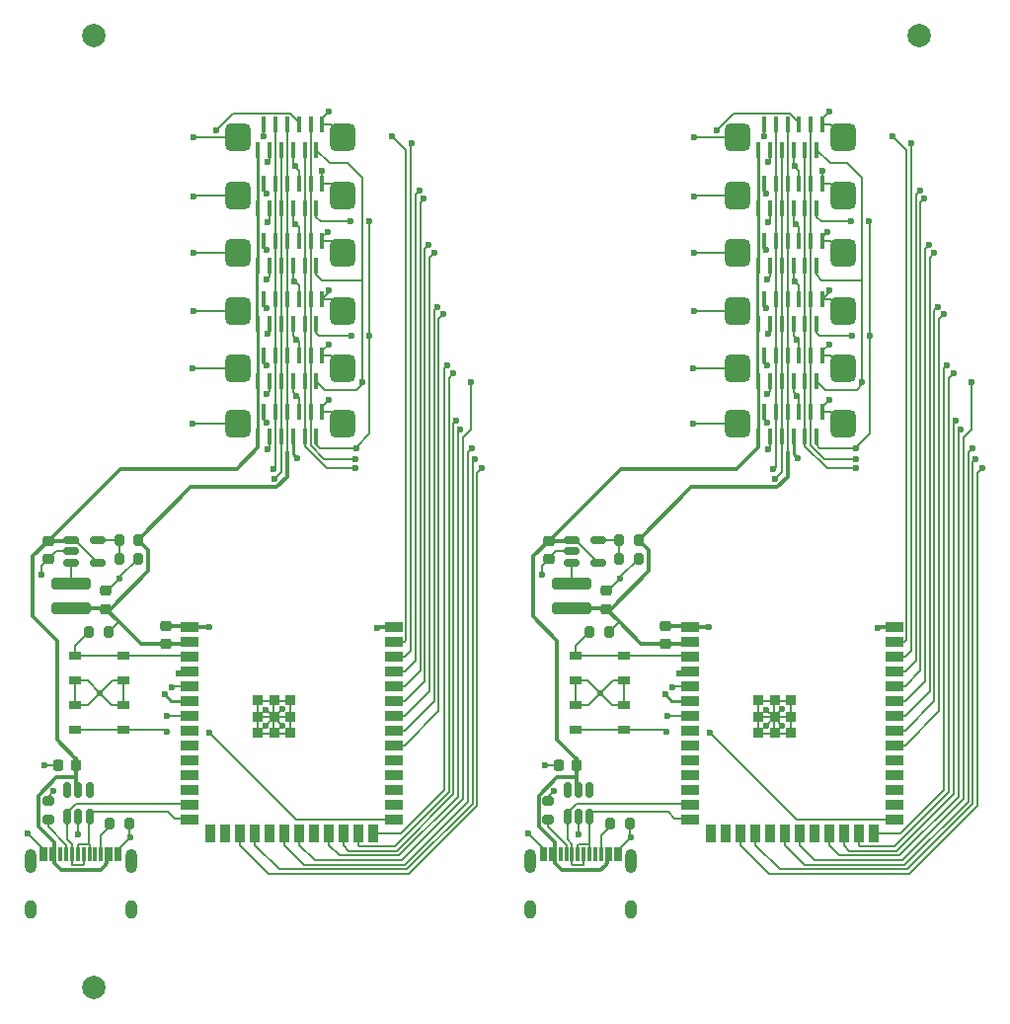
<source format=gbr>
%TF.GenerationSoftware,KiCad,Pcbnew,7.0.5*%
%TF.CreationDate,2023-07-03T18:15:23+02:00*%
%TF.ProjectId,motherboard_panel,6d6f7468-6572-4626-9f61-72645f70616e,rev?*%
%TF.SameCoordinates,Original*%
%TF.FileFunction,Copper,L1,Top*%
%TF.FilePolarity,Positive*%
%FSLAX46Y46*%
G04 Gerber Fmt 4.6, Leading zero omitted, Abs format (unit mm)*
G04 Created by KiCad (PCBNEW 7.0.5) date 2023-07-03 18:15:23*
%MOMM*%
%LPD*%
G01*
G04 APERTURE LIST*
G04 Aperture macros list*
%AMRoundRect*
0 Rectangle with rounded corners*
0 $1 Rounding radius*
0 $2 $3 $4 $5 $6 $7 $8 $9 X,Y pos of 4 corners*
0 Add a 4 corners polygon primitive as box body*
4,1,4,$2,$3,$4,$5,$6,$7,$8,$9,$2,$3,0*
0 Add four circle primitives for the rounded corners*
1,1,$1+$1,$2,$3*
1,1,$1+$1,$4,$5*
1,1,$1+$1,$6,$7*
1,1,$1+$1,$8,$9*
0 Add four rect primitives between the rounded corners*
20,1,$1+$1,$2,$3,$4,$5,0*
20,1,$1+$1,$4,$5,$6,$7,0*
20,1,$1+$1,$6,$7,$8,$9,0*
20,1,$1+$1,$8,$9,$2,$3,0*%
G04 Aperture macros list end*
%TA.AperFunction,SMDPad,CuDef*%
%ADD10R,1.050000X0.650000*%
%TD*%
%TA.AperFunction,SMDPad,CuDef*%
%ADD11RoundRect,0.200000X-0.200000X-0.275000X0.200000X-0.275000X0.200000X0.275000X-0.200000X0.275000X0*%
%TD*%
%TA.AperFunction,SMDPad,CuDef*%
%ADD12RoundRect,0.225000X0.250000X-0.225000X0.250000X0.225000X-0.250000X0.225000X-0.250000X-0.225000X0*%
%TD*%
%TA.AperFunction,SMDPad,CuDef*%
%ADD13RoundRect,0.200000X0.200000X0.275000X-0.200000X0.275000X-0.200000X-0.275000X0.200000X-0.275000X0*%
%TD*%
%TA.AperFunction,SMDPad,CuDef*%
%ADD14RoundRect,0.100000X-0.100000X-0.575000X0.100000X-0.575000X0.100000X0.575000X-0.100000X0.575000X0*%
%TD*%
%TA.AperFunction,SMDPad,CuDef*%
%ADD15RoundRect,0.562500X-0.562500X-0.637500X0.562500X-0.637500X0.562500X0.637500X-0.562500X0.637500X0*%
%TD*%
%TA.AperFunction,SMDPad,CuDef*%
%ADD16RoundRect,0.150000X-0.512500X-0.150000X0.512500X-0.150000X0.512500X0.150000X-0.512500X0.150000X0*%
%TD*%
%TA.AperFunction,SMDPad,CuDef*%
%ADD17RoundRect,0.225000X-0.225000X-0.250000X0.225000X-0.250000X0.225000X0.250000X-0.225000X0.250000X0*%
%TD*%
%TA.AperFunction,SMDPad,CuDef*%
%ADD18R,0.300000X1.150000*%
%TD*%
%TA.AperFunction,ComponentPad*%
%ADD19O,1.000000X2.100000*%
%TD*%
%TA.AperFunction,ComponentPad*%
%ADD20O,1.000000X1.600000*%
%TD*%
%TA.AperFunction,SMDPad,CuDef*%
%ADD21RoundRect,0.225000X-0.250000X0.225000X-0.250000X-0.225000X0.250000X-0.225000X0.250000X0.225000X0*%
%TD*%
%TA.AperFunction,SMDPad,CuDef*%
%ADD22C,2.000000*%
%TD*%
%TA.AperFunction,SMDPad,CuDef*%
%ADD23RoundRect,0.150000X0.150000X-0.512500X0.150000X0.512500X-0.150000X0.512500X-0.150000X-0.512500X0*%
%TD*%
%TA.AperFunction,SMDPad,CuDef*%
%ADD24RoundRect,0.250000X-1.450000X0.250000X-1.450000X-0.250000X1.450000X-0.250000X1.450000X0.250000X0*%
%TD*%
%TA.AperFunction,SMDPad,CuDef*%
%ADD25R,1.500000X0.900000*%
%TD*%
%TA.AperFunction,SMDPad,CuDef*%
%ADD26R,0.900000X1.500000*%
%TD*%
%TA.AperFunction,SMDPad,CuDef*%
%ADD27R,0.900000X0.900000*%
%TD*%
%TA.AperFunction,SMDPad,CuDef*%
%ADD28RoundRect,0.200000X0.275000X-0.200000X0.275000X0.200000X-0.275000X0.200000X-0.275000X-0.200000X0*%
%TD*%
%TA.AperFunction,ViaPad*%
%ADD29C,0.600000*%
%TD*%
%TA.AperFunction,Conductor*%
%ADD30C,0.200000*%
%TD*%
%TA.AperFunction,Conductor*%
%ADD31C,0.250000*%
%TD*%
%TA.AperFunction,Conductor*%
%ADD32C,0.300000*%
%TD*%
G04 APERTURE END LIST*
D10*
%TO.P,SW1,1,1*%
%TO.N,Board_0-GND*%
X115675000Y-77775000D03*
X111525000Y-77775000D03*
%TO.P,SW1,2,2*%
%TO.N,Board_0-Net-(U3-EN)*%
X115675000Y-75625000D03*
X111525000Y-75625000D03*
%TD*%
D11*
%TO.P,R2,1*%
%TO.N,Board_0-Net-(J7-CC2)*%
X114505000Y-90025000D03*
%TO.P,R2,2*%
%TO.N,Board_0-GND*%
X116155000Y-90025000D03*
%TD*%
D10*
%TO.P,SW2,1,1*%
%TO.N,Board_0-GND*%
X111525000Y-79875000D03*
X115675000Y-79875000D03*
%TO.P,SW2,2,2*%
%TO.N,Board_0-Net-(U3-GPIO0{slash}BOOT)*%
X111525000Y-82025000D03*
X115675000Y-82025000D03*
%TD*%
D12*
%TO.P,C4,1*%
%TO.N,Board_0-/VDD*%
X119250000Y-74650000D03*
%TO.P,C4,2*%
%TO.N,Board_0-GND*%
X119250000Y-73100000D03*
%TD*%
D13*
%TO.P,R5,1*%
%TO.N,Board_1-/VDD*%
X157275000Y-73600000D03*
%TO.P,R5,2*%
%TO.N,Board_1-Net-(U3-EN)*%
X155625000Y-73600000D03*
%TD*%
D11*
%TO.P,R3,1*%
%TO.N,Board_0-Net-(U2-FB)*%
X115275000Y-65725000D03*
%TO.P,R3,2*%
%TO.N,Board_0-/VDD*%
X116925000Y-65725000D03*
%TD*%
D14*
%TO.P,J3,1,Pin_1*%
%TO.N,Board_0-/VIN*%
X127200000Y-47250000D03*
%TO.P,J3,2,Pin_2*%
%TO.N,Board_0-/SDA3*%
X127700000Y-45100000D03*
%TO.P,J3,3,Pin_3*%
%TO.N,Board_0-/SCL3*%
X128200000Y-47250000D03*
%TO.P,J3,4,Pin_4*%
%TO.N,Board_0-/IN+*%
X128700000Y-45100000D03*
%TO.P,J3,5,Pin_5*%
%TO.N,Board_0-/IN-*%
X129200000Y-47250000D03*
%TO.P,J3,6,Pin_6*%
%TO.N,Board_0-/VDD*%
X129700000Y-45100000D03*
%TO.P,J3,7,Pin_7*%
%TO.N,Board_0-/MISO2*%
X130200000Y-47250000D03*
%TO.P,J3,8,Pin_8*%
%TO.N,Board_0-/MISO3*%
X130700000Y-45100000D03*
%TO.P,J3,9,Pin_9*%
%TO.N,Board_0-/SCLK*%
X131200000Y-47250000D03*
%TO.P,J3,10,Pin_10*%
%TO.N,Board_0-/SS*%
X131700000Y-45100000D03*
%TO.P,J3,11,Pin_11*%
%TO.N,Board_0-/POL1*%
X132200000Y-47250000D03*
%TO.P,J3,12,Pin_12*%
%TO.N,Board_0-GND*%
X132700000Y-45100000D03*
D15*
%TO.P,J3,MP,MountPin*%
X125450000Y-46150000D03*
X134450000Y-46150000D03*
%TD*%
D16*
%TO.P,U2,1,RUN*%
%TO.N,Board_1-/VIN*%
X154062500Y-65775000D03*
%TO.P,U2,2,GND*%
%TO.N,Board_1-GND*%
X154062500Y-66725000D03*
%TO.P,U2,3,SW*%
%TO.N,Board_1-Net-(U2-SW)*%
X154062500Y-67675000D03*
%TO.P,U2,4,VIN*%
%TO.N,Board_1-/VIN*%
X156337500Y-67675000D03*
%TO.P,U2,5,FB*%
%TO.N,Board_1-Net-(U2-FB)*%
X156337500Y-65775000D03*
%TD*%
D17*
%TO.P,C1,1*%
%TO.N,Board_0-GND*%
X110055000Y-85025000D03*
%TO.P,C1,2*%
%TO.N,Board_0-/VIN*%
X111605000Y-85025000D03*
%TD*%
D11*
%TO.P,R3,1*%
%TO.N,Board_1-Net-(U2-FB)*%
X158175000Y-65725000D03*
%TO.P,R3,2*%
%TO.N,Board_1-/VDD*%
X159825000Y-65725000D03*
%TD*%
D14*
%TO.P,J5,1,Pin_1*%
%TO.N,Board_0-/VIN*%
X127200000Y-37300000D03*
%TO.P,J5,2,Pin_2*%
%TO.N,Board_0-/SDA5*%
X127700000Y-35150000D03*
%TO.P,J5,3,Pin_3*%
%TO.N,Board_0-/SCL5*%
X128200000Y-37300000D03*
%TO.P,J5,4,Pin_4*%
%TO.N,Board_0-/IN+*%
X128700000Y-35150000D03*
%TO.P,J5,5,Pin_5*%
%TO.N,Board_0-/IN-*%
X129200000Y-37300000D03*
%TO.P,J5,6,Pin_6*%
%TO.N,Board_0-/VDD*%
X129700000Y-35150000D03*
%TO.P,J5,7,Pin_7*%
%TO.N,Board_0-/MISO4*%
X130200000Y-37300000D03*
%TO.P,J5,8,Pin_8*%
%TO.N,Board_0-/MISO5*%
X130700000Y-35150000D03*
%TO.P,J5,9,Pin_9*%
%TO.N,Board_0-/SCLK*%
X131200000Y-37300000D03*
%TO.P,J5,10,Pin_10*%
%TO.N,Board_0-/SS*%
X131700000Y-35150000D03*
%TO.P,J5,11,Pin_11*%
%TO.N,Board_0-/POL1*%
X132200000Y-37300000D03*
%TO.P,J5,12,Pin_12*%
%TO.N,Board_0-GND*%
X132700000Y-35150000D03*
D15*
%TO.P,J5,MP,MountPin*%
X125450000Y-36200000D03*
X134450000Y-36200000D03*
%TD*%
D14*
%TO.P,J2,1,Pin_1*%
%TO.N,Board_0-/VIN*%
X127200000Y-52100000D03*
%TO.P,J2,2,Pin_2*%
%TO.N,Board_0-/SDA2*%
X127700000Y-49950000D03*
%TO.P,J2,3,Pin_3*%
%TO.N,Board_0-/SCL2*%
X128200000Y-52100000D03*
%TO.P,J2,4,Pin_4*%
%TO.N,Board_0-/IN+*%
X128700000Y-49950000D03*
%TO.P,J2,5,Pin_5*%
%TO.N,Board_0-/IN-*%
X129200000Y-52100000D03*
%TO.P,J2,6,Pin_6*%
%TO.N,Board_0-/VDD*%
X129700000Y-49950000D03*
%TO.P,J2,7,Pin_7*%
%TO.N,Board_0-/MISO1*%
X130200000Y-52100000D03*
%TO.P,J2,8,Pin_8*%
%TO.N,Board_0-/MISO2*%
X130700000Y-49950000D03*
%TO.P,J2,9,Pin_9*%
%TO.N,Board_0-/SCLK*%
X131200000Y-52100000D03*
%TO.P,J2,10,Pin_10*%
%TO.N,Board_0-/SS*%
X131700000Y-49950000D03*
%TO.P,J2,11,Pin_11*%
%TO.N,Board_0-/POL2*%
X132200000Y-52100000D03*
%TO.P,J2,12,Pin_12*%
%TO.N,Board_0-GND*%
X132700000Y-49950000D03*
D15*
%TO.P,J2,MP,MountPin*%
X125450000Y-51000000D03*
X134450000Y-51000000D03*
%TD*%
D14*
%TO.P,J1,1,Pin_1*%
%TO.N,Board_0-/VIN*%
X127200000Y-56900000D03*
%TO.P,J1,2,Pin_2*%
%TO.N,Board_0-/SDA1*%
X127700000Y-54750000D03*
%TO.P,J1,3,Pin_3*%
%TO.N,Board_0-/SCL1*%
X128200000Y-56900000D03*
%TO.P,J1,4,Pin_4*%
%TO.N,Board_0-/IN+*%
X128700000Y-54750000D03*
%TO.P,J1,5,Pin_5*%
%TO.N,Board_0-/IN-*%
X129200000Y-56900000D03*
%TO.P,J1,6,Pin_6*%
%TO.N,Board_0-/VDD*%
X129700000Y-54750000D03*
%TO.P,J1,7,Pin_7*%
%TO.N,Board_0-/MOSI1*%
X130200000Y-56900000D03*
%TO.P,J1,8,Pin_8*%
%TO.N,Board_0-/MISO1*%
X130700000Y-54750000D03*
%TO.P,J1,9,Pin_9*%
%TO.N,Board_0-/SCLK*%
X131200000Y-56900000D03*
%TO.P,J1,10,Pin_10*%
%TO.N,Board_0-/SS*%
X131700000Y-54750000D03*
%TO.P,J1,11,Pin_11*%
%TO.N,Board_0-/POL1*%
X132200000Y-56900000D03*
%TO.P,J1,12,Pin_12*%
%TO.N,Board_0-GND*%
X132700000Y-54750000D03*
D15*
%TO.P,J1,MP,MountPin*%
X125450000Y-55800000D03*
X134450000Y-55800000D03*
%TD*%
D12*
%TO.P,C4,1*%
%TO.N,Board_1-/VDD*%
X162150000Y-74650000D03*
%TO.P,C4,2*%
%TO.N,Board_1-GND*%
X162150000Y-73100000D03*
%TD*%
D18*
%TO.P,J7,A1,GND*%
%TO.N,Board_0-GND*%
X108630000Y-92705000D03*
%TO.P,J7,A4,VBUS*%
%TO.N,Board_0-/VIN*%
X109430000Y-92705000D03*
%TO.P,J7,A5,CC1*%
%TO.N,Board_0-Net-(J7-CC1)*%
X110730000Y-92705000D03*
%TO.P,J7,A6,D+*%
%TO.N,Board_0-/D+*%
X111730000Y-92705000D03*
%TO.P,J7,A7,D-*%
%TO.N,Board_0-/D-*%
X112230000Y-92705000D03*
%TO.P,J7,A8,SBU1*%
%TO.N,Board_0-unconnected-(J7-SBU1-PadA8)*%
X113230000Y-92705000D03*
%TO.P,J7,A9,VBUS*%
%TO.N,Board_0-/VIN*%
X114530000Y-92705000D03*
%TO.P,J7,A12,GND*%
%TO.N,Board_0-GND*%
X115330000Y-92705000D03*
%TO.P,J7,B1,GND*%
X115030000Y-92705000D03*
%TO.P,J7,B4,VBUS*%
%TO.N,Board_0-/VIN*%
X114230000Y-92705000D03*
%TO.P,J7,B5,CC2*%
%TO.N,Board_0-Net-(J7-CC2)*%
X113730000Y-92705000D03*
%TO.P,J7,B6,D+*%
%TO.N,Board_0-/D+*%
X112730000Y-92705000D03*
%TO.P,J7,B7,D-*%
%TO.N,Board_0-/D-*%
X111230000Y-92705000D03*
%TO.P,J7,B8,SBU2*%
%TO.N,Board_0-unconnected-(J7-SBU2-PadB8)*%
X110230000Y-92705000D03*
%TO.P,J7,B9,VBUS*%
%TO.N,Board_0-/VIN*%
X109730000Y-92705000D03*
%TO.P,J7,B12,GND*%
%TO.N,Board_0-GND*%
X108930000Y-92705000D03*
D19*
%TO.P,J7,S1,SHIELD*%
X107660000Y-93270000D03*
D20*
X107660000Y-97450000D03*
D19*
X116300000Y-93270000D03*
D20*
X116300000Y-97450000D03*
%TD*%
D21*
%TO.P,C2,1*%
%TO.N,Board_0-/VIN*%
X109250000Y-65800000D03*
%TO.P,C2,2*%
%TO.N,Board_0-GND*%
X109250000Y-67350000D03*
%TD*%
D17*
%TO.P,C1,1*%
%TO.N,Board_1-GND*%
X152955000Y-85025000D03*
%TO.P,C1,2*%
%TO.N,Board_1-/VIN*%
X154505000Y-85025000D03*
%TD*%
D22*
%TO.P,KiKit_FID_T_1,*%
%TO.N,*%
X113100000Y-22500000D03*
%TD*%
D23*
%TO.P,U1,1,IO1*%
%TO.N,Board_0-/D-*%
X110830000Y-89450000D03*
%TO.P,U1,2,VN*%
%TO.N,Board_0-GND*%
X111780000Y-89450000D03*
%TO.P,U1,3,IO2*%
%TO.N,Board_0-/D+*%
X112730000Y-89450000D03*
%TO.P,U1,4,IO3*%
%TO.N,Board_0-unconnected-(U1-IO3-Pad4)*%
X112730000Y-87175000D03*
%TO.P,U1,5,VP*%
%TO.N,Board_0-/VIN*%
X111780000Y-87175000D03*
%TO.P,U1,6,IO4*%
%TO.N,Board_0-unconnected-(U1-IO4-Pad6)*%
X110830000Y-87175000D03*
%TD*%
D16*
%TO.P,U2,1,RUN*%
%TO.N,Board_0-/VIN*%
X111162500Y-65775000D03*
%TO.P,U2,2,GND*%
%TO.N,Board_0-GND*%
X111162500Y-66725000D03*
%TO.P,U2,3,SW*%
%TO.N,Board_0-Net-(U2-SW)*%
X111162500Y-67675000D03*
%TO.P,U2,4,VIN*%
%TO.N,Board_0-/VIN*%
X113437500Y-67675000D03*
%TO.P,U2,5,FB*%
%TO.N,Board_0-Net-(U2-FB)*%
X113437500Y-65775000D03*
%TD*%
D24*
%TO.P,L1,1,1*%
%TO.N,Board_1-Net-(U2-SW)*%
X154050000Y-69475000D03*
%TO.P,L1,2,2*%
%TO.N,Board_1-/VDD*%
X154050000Y-71575000D03*
%TD*%
D18*
%TO.P,J7,A1,GND*%
%TO.N,Board_1-GND*%
X151530000Y-92705000D03*
%TO.P,J7,A4,VBUS*%
%TO.N,Board_1-/VIN*%
X152330000Y-92705000D03*
%TO.P,J7,A5,CC1*%
%TO.N,Board_1-Net-(J7-CC1)*%
X153630000Y-92705000D03*
%TO.P,J7,A6,D+*%
%TO.N,Board_1-/D+*%
X154630000Y-92705000D03*
%TO.P,J7,A7,D-*%
%TO.N,Board_1-/D-*%
X155130000Y-92705000D03*
%TO.P,J7,A8,SBU1*%
%TO.N,Board_1-unconnected-(J7-SBU1-PadA8)*%
X156130000Y-92705000D03*
%TO.P,J7,A9,VBUS*%
%TO.N,Board_1-/VIN*%
X157430000Y-92705000D03*
%TO.P,J7,A12,GND*%
%TO.N,Board_1-GND*%
X158230000Y-92705000D03*
%TO.P,J7,B1,GND*%
X157930000Y-92705000D03*
%TO.P,J7,B4,VBUS*%
%TO.N,Board_1-/VIN*%
X157130000Y-92705000D03*
%TO.P,J7,B5,CC2*%
%TO.N,Board_1-Net-(J7-CC2)*%
X156630000Y-92705000D03*
%TO.P,J7,B6,D+*%
%TO.N,Board_1-/D+*%
X155630000Y-92705000D03*
%TO.P,J7,B7,D-*%
%TO.N,Board_1-/D-*%
X154130000Y-92705000D03*
%TO.P,J7,B8,SBU2*%
%TO.N,Board_1-unconnected-(J7-SBU2-PadB8)*%
X153130000Y-92705000D03*
%TO.P,J7,B9,VBUS*%
%TO.N,Board_1-/VIN*%
X152630000Y-92705000D03*
%TO.P,J7,B12,GND*%
%TO.N,Board_1-GND*%
X151830000Y-92705000D03*
D19*
%TO.P,J7,S1,SHIELD*%
X150560000Y-93270000D03*
D20*
X150560000Y-97450000D03*
D19*
X159200000Y-93270000D03*
D20*
X159200000Y-97450000D03*
%TD*%
D22*
%TO.P,KiKit_FID_T_2,*%
%TO.N,*%
X183900000Y-22500000D03*
%TD*%
D13*
%TO.P,R4,1*%
%TO.N,Board_1-GND*%
X159825000Y-67325000D03*
%TO.P,R4,2*%
%TO.N,Board_1-Net-(U2-FB)*%
X158175000Y-67325000D03*
%TD*%
%TO.P,R4,1*%
%TO.N,Board_0-GND*%
X116925000Y-67325000D03*
%TO.P,R4,2*%
%TO.N,Board_0-Net-(U2-FB)*%
X115275000Y-67325000D03*
%TD*%
D14*
%TO.P,J2,1,Pin_1*%
%TO.N,Board_1-/VIN*%
X170100000Y-52100000D03*
%TO.P,J2,2,Pin_2*%
%TO.N,Board_1-/SDA2*%
X170600000Y-49950000D03*
%TO.P,J2,3,Pin_3*%
%TO.N,Board_1-/SCL2*%
X171100000Y-52100000D03*
%TO.P,J2,4,Pin_4*%
%TO.N,Board_1-/IN+*%
X171600000Y-49950000D03*
%TO.P,J2,5,Pin_5*%
%TO.N,Board_1-/IN-*%
X172100000Y-52100000D03*
%TO.P,J2,6,Pin_6*%
%TO.N,Board_1-/VDD*%
X172600000Y-49950000D03*
%TO.P,J2,7,Pin_7*%
%TO.N,Board_1-/MISO1*%
X173100000Y-52100000D03*
%TO.P,J2,8,Pin_8*%
%TO.N,Board_1-/MISO2*%
X173600000Y-49950000D03*
%TO.P,J2,9,Pin_9*%
%TO.N,Board_1-/SCLK*%
X174100000Y-52100000D03*
%TO.P,J2,10,Pin_10*%
%TO.N,Board_1-/SS*%
X174600000Y-49950000D03*
%TO.P,J2,11,Pin_11*%
%TO.N,Board_1-/POL2*%
X175100000Y-52100000D03*
%TO.P,J2,12,Pin_12*%
%TO.N,Board_1-GND*%
X175600000Y-49950000D03*
D15*
%TO.P,J2,MP,MountPin*%
X168350000Y-51000000D03*
X177350000Y-51000000D03*
%TD*%
D11*
%TO.P,R2,1*%
%TO.N,Board_1-Net-(J7-CC2)*%
X157405000Y-90025000D03*
%TO.P,R2,2*%
%TO.N,Board_1-GND*%
X159055000Y-90025000D03*
%TD*%
D21*
%TO.P,C2,1*%
%TO.N,Board_1-/VIN*%
X152150000Y-65800000D03*
%TO.P,C2,2*%
%TO.N,Board_1-GND*%
X152150000Y-67350000D03*
%TD*%
D10*
%TO.P,SW1,1,1*%
%TO.N,Board_1-GND*%
X158575000Y-77775000D03*
X154425000Y-77775000D03*
%TO.P,SW1,2,2*%
%TO.N,Board_1-Net-(U3-EN)*%
X158575000Y-75625000D03*
X154425000Y-75625000D03*
%TD*%
D24*
%TO.P,L1,1,1*%
%TO.N,Board_0-Net-(U2-SW)*%
X111150000Y-69475000D03*
%TO.P,L1,2,2*%
%TO.N,Board_0-/VDD*%
X111150000Y-71575000D03*
%TD*%
D23*
%TO.P,U1,1,IO1*%
%TO.N,Board_1-/D-*%
X153730000Y-89450000D03*
%TO.P,U1,2,VN*%
%TO.N,Board_1-GND*%
X154680000Y-89450000D03*
%TO.P,U1,3,IO2*%
%TO.N,Board_1-/D+*%
X155630000Y-89450000D03*
%TO.P,U1,4,IO3*%
%TO.N,Board_1-unconnected-(U1-IO3-Pad4)*%
X155630000Y-87175000D03*
%TO.P,U1,5,VP*%
%TO.N,Board_1-/VIN*%
X154680000Y-87175000D03*
%TO.P,U1,6,IO4*%
%TO.N,Board_1-unconnected-(U1-IO4-Pad6)*%
X153730000Y-87175000D03*
%TD*%
D14*
%TO.P,J4,1,Pin_1*%
%TO.N,Board_1-/VIN*%
X170100000Y-42250000D03*
%TO.P,J4,2,Pin_2*%
%TO.N,Board_1-/SDA4*%
X170600000Y-40100000D03*
%TO.P,J4,3,Pin_3*%
%TO.N,Board_1-/SCL4*%
X171100000Y-42250000D03*
%TO.P,J4,4,Pin_4*%
%TO.N,Board_1-/IN+*%
X171600000Y-40100000D03*
%TO.P,J4,5,Pin_5*%
%TO.N,Board_1-/IN-*%
X172100000Y-42250000D03*
%TO.P,J4,6,Pin_6*%
%TO.N,Board_1-/VDD*%
X172600000Y-40100000D03*
%TO.P,J4,7,Pin_7*%
%TO.N,Board_1-/MISO3*%
X173100000Y-42250000D03*
%TO.P,J4,8,Pin_8*%
%TO.N,Board_1-/MISO4*%
X173600000Y-40100000D03*
%TO.P,J4,9,Pin_9*%
%TO.N,Board_1-/SCLK*%
X174100000Y-42250000D03*
%TO.P,J4,10,Pin_10*%
%TO.N,Board_1-/SS*%
X174600000Y-40100000D03*
%TO.P,J4,11,Pin_11*%
%TO.N,Board_1-/POL2*%
X175100000Y-42250000D03*
%TO.P,J4,12,Pin_12*%
%TO.N,Board_1-GND*%
X175600000Y-40100000D03*
D15*
%TO.P,J4,MP,MountPin*%
X168350000Y-41150000D03*
X177350000Y-41150000D03*
%TD*%
D14*
%TO.P,J1,1,Pin_1*%
%TO.N,Board_1-/VIN*%
X170100000Y-56900000D03*
%TO.P,J1,2,Pin_2*%
%TO.N,Board_1-/SDA1*%
X170600000Y-54750000D03*
%TO.P,J1,3,Pin_3*%
%TO.N,Board_1-/SCL1*%
X171100000Y-56900000D03*
%TO.P,J1,4,Pin_4*%
%TO.N,Board_1-/IN+*%
X171600000Y-54750000D03*
%TO.P,J1,5,Pin_5*%
%TO.N,Board_1-/IN-*%
X172100000Y-56900000D03*
%TO.P,J1,6,Pin_6*%
%TO.N,Board_1-/VDD*%
X172600000Y-54750000D03*
%TO.P,J1,7,Pin_7*%
%TO.N,Board_1-/MOSI1*%
X173100000Y-56900000D03*
%TO.P,J1,8,Pin_8*%
%TO.N,Board_1-/MISO1*%
X173600000Y-54750000D03*
%TO.P,J1,9,Pin_9*%
%TO.N,Board_1-/SCLK*%
X174100000Y-56900000D03*
%TO.P,J1,10,Pin_10*%
%TO.N,Board_1-/SS*%
X174600000Y-54750000D03*
%TO.P,J1,11,Pin_11*%
%TO.N,Board_1-/POL1*%
X175100000Y-56900000D03*
%TO.P,J1,12,Pin_12*%
%TO.N,Board_1-GND*%
X175600000Y-54750000D03*
D15*
%TO.P,J1,MP,MountPin*%
X168350000Y-55800000D03*
X177350000Y-55800000D03*
%TD*%
D14*
%TO.P,J4,1,Pin_1*%
%TO.N,Board_0-/VIN*%
X127200000Y-42250000D03*
%TO.P,J4,2,Pin_2*%
%TO.N,Board_0-/SDA4*%
X127700000Y-40100000D03*
%TO.P,J4,3,Pin_3*%
%TO.N,Board_0-/SCL4*%
X128200000Y-42250000D03*
%TO.P,J4,4,Pin_4*%
%TO.N,Board_0-/IN+*%
X128700000Y-40100000D03*
%TO.P,J4,5,Pin_5*%
%TO.N,Board_0-/IN-*%
X129200000Y-42250000D03*
%TO.P,J4,6,Pin_6*%
%TO.N,Board_0-/VDD*%
X129700000Y-40100000D03*
%TO.P,J4,7,Pin_7*%
%TO.N,Board_0-/MISO3*%
X130200000Y-42250000D03*
%TO.P,J4,8,Pin_8*%
%TO.N,Board_0-/MISO4*%
X130700000Y-40100000D03*
%TO.P,J4,9,Pin_9*%
%TO.N,Board_0-/SCLK*%
X131200000Y-42250000D03*
%TO.P,J4,10,Pin_10*%
%TO.N,Board_0-/SS*%
X131700000Y-40100000D03*
%TO.P,J4,11,Pin_11*%
%TO.N,Board_0-/POL2*%
X132200000Y-42250000D03*
%TO.P,J4,12,Pin_12*%
%TO.N,Board_0-GND*%
X132700000Y-40100000D03*
D15*
%TO.P,J4,MP,MountPin*%
X125450000Y-41150000D03*
X134450000Y-41150000D03*
%TD*%
D14*
%TO.P,J6,1,Pin_1*%
%TO.N,Board_1-/VIN*%
X170100000Y-32300000D03*
%TO.P,J6,2,Pin_2*%
%TO.N,Board_1-/SDA6*%
X170600000Y-30150000D03*
%TO.P,J6,3,Pin_3*%
%TO.N,Board_1-/SCL6*%
X171100000Y-32300000D03*
%TO.P,J6,4,Pin_4*%
%TO.N,Board_1-/IN+*%
X171600000Y-30150000D03*
%TO.P,J6,5,Pin_5*%
%TO.N,Board_1-/IN-*%
X172100000Y-32300000D03*
%TO.P,J6,6,Pin_6*%
%TO.N,Board_1-/VDD*%
X172600000Y-30150000D03*
%TO.P,J6,7,Pin_7*%
%TO.N,Board_1-/MISO5*%
X173100000Y-32300000D03*
%TO.P,J6,8,Pin_8*%
%TO.N,Board_1-/MISO6*%
X173600000Y-30150000D03*
%TO.P,J6,9,Pin_9*%
%TO.N,Board_1-/SCLK*%
X174100000Y-32300000D03*
%TO.P,J6,10,Pin_10*%
%TO.N,Board_1-/SS*%
X174600000Y-30150000D03*
%TO.P,J6,11,Pin_11*%
%TO.N,Board_1-/POL2*%
X175100000Y-32300000D03*
%TO.P,J6,12,Pin_12*%
%TO.N,Board_1-GND*%
X175600000Y-30150000D03*
D15*
%TO.P,J6,MP,MountPin*%
X168350000Y-31200000D03*
X177350000Y-31200000D03*
%TD*%
D13*
%TO.P,R5,1*%
%TO.N,Board_0-/VDD*%
X114375000Y-73600000D03*
%TO.P,R5,2*%
%TO.N,Board_0-Net-(U3-EN)*%
X112725000Y-73600000D03*
%TD*%
D25*
%TO.P,U3,1,GND*%
%TO.N,Board_0-GND*%
X121350000Y-73180000D03*
%TO.P,U3,2,3V3*%
%TO.N,Board_0-/VDD*%
X121350000Y-74450000D03*
%TO.P,U3,3,EN*%
%TO.N,Board_0-Net-(U3-EN)*%
X121350000Y-75720000D03*
%TO.P,U3,4,GPIO4/TOUCH4/ADC1_CH3*%
%TO.N,Board_0-/IN-*%
X121350000Y-76990000D03*
%TO.P,U3,5,GPIO5/TOUCH5/ADC1_CH4*%
%TO.N,Board_0-/IN+*%
X121350000Y-78260000D03*
%TO.P,U3,6,GPIO6/TOUCH6/ADC1_CH5*%
%TO.N,Board_0-/MOSI1*%
X121350000Y-79530000D03*
%TO.P,U3,7,GPIO7/TOUCH7/ADC1_CH6*%
%TO.N,Board_0-/MISO6*%
X121350000Y-80800000D03*
%TO.P,U3,8,GPIO15/U0RTS/ADC2_CH4/XTAL_32K_P*%
%TO.N,Board_0-/microcontroller/GPIO15*%
X121350000Y-82070000D03*
%TO.P,U3,9,GPIO16/U0CTS/ADC2_CH5/XTAL_32K_N*%
%TO.N,Board_0-/microcontroller/GPIO16*%
X121350000Y-83340000D03*
%TO.P,U3,10,GPIO17/U1TXD/ADC2_CH6*%
%TO.N,Board_0-/microcontroller/GPIO17*%
X121350000Y-84610000D03*
%TO.P,U3,11,GPIO18/U1RXD/ADC2_CH7/CLK_OUT3*%
%TO.N,Board_0-/microcontroller/GPIO18*%
X121350000Y-85880000D03*
%TO.P,U3,12,GPIO8/TOUCH8/ADC1_CH7/SUBSPICS1*%
%TO.N,Board_0-/microcontroller/GPIO8*%
X121350000Y-87150000D03*
%TO.P,U3,13,GPIO19/U1RTS/ADC2_CH8/CLK_OUT2/USB_D-*%
%TO.N,Board_0-/D-*%
X121350000Y-88420000D03*
%TO.P,U3,14,GPIO20/U1CTS/ADC2_CH9/CLK_OUT1/USB_D+*%
%TO.N,Board_0-/D+*%
X121350000Y-89690000D03*
D26*
%TO.P,U3,15,GPIO3/TOUCH3/ADC1_CH2*%
%TO.N,Board_0-/microcontroller/GPIO3*%
X123115000Y-90940000D03*
%TO.P,U3,16,GPIO46*%
%TO.N,Board_0-/microcontroller/GPIO46*%
X124385000Y-90940000D03*
%TO.P,U3,17,GPIO9/TOUCH9/ADC1_CH8/FSPIHD/SUBSPIHD*%
%TO.N,Board_0-/SCLK*%
X125655000Y-90940000D03*
%TO.P,U3,18,GPIO10/TOUCH10/ADC1_CH9/FSPICS0/FSPIIO4/SUBSPICS0*%
%TO.N,Board_0-/SS*%
X126925000Y-90940000D03*
%TO.P,U3,19,GPIO11/TOUCH11/ADC2_CH0/FSPID/FSPIIO5/SUBSPID*%
%TO.N,Board_0-/microcontroller/GPIO11*%
X128195000Y-90940000D03*
%TO.P,U3,20,GPIO12/TOUCH12/ADC2_CH1/FSPICLK/FSPIIO6/SUBSPICLK*%
%TO.N,Board_0-/POL1*%
X129465000Y-90940000D03*
%TO.P,U3,21,GPIO13/TOUCH13/ADC2_CH2/FSPIQ/FSPIIO7/SUBSPIQ*%
%TO.N,Board_0-/POL2*%
X130735000Y-90940000D03*
%TO.P,U3,22,GPIO14/TOUCH14/ADC2_CH3/FSPIWP/FSPIDQS/SUBSPIWP*%
%TO.N,Board_0-/microcontroller/GPIO14*%
X132005000Y-90940000D03*
%TO.P,U3,23,GPIO21*%
%TO.N,Board_0-/SCL1*%
X133275000Y-90940000D03*
%TO.P,U3,24,GPIO47/SPICLK_P/SUBSPICLK_P_DIFF*%
%TO.N,Board_0-/SDA1*%
X134545000Y-90940000D03*
%TO.P,U3,25,GPIO48/SPICLK_N/SUBSPICLK_N_DIFF*%
%TO.N,Board_0-/SCL2*%
X135815000Y-90940000D03*
%TO.P,U3,26,GPIO45*%
%TO.N,Board_0-/SDA2*%
X137085000Y-90940000D03*
D25*
%TO.P,U3,27,GPIO0/BOOT*%
%TO.N,Board_0-Net-(U3-GPIO0{slash}BOOT)*%
X138850000Y-89690000D03*
%TO.P,U3,28,SPIIO6/GPIO35/FSPID/SUBSPID*%
%TO.N,Board_0-unconnected-(U3-SPIIO6{slash}GPIO35{slash}FSPID{slash}SUBSPID-Pad28)*%
X138850000Y-88420000D03*
%TO.P,U3,29,SPIIO7/GPIO36/FSPICLK/SUBSPICLK*%
%TO.N,Board_0-unconnected-(U3-SPIIO7{slash}GPIO36{slash}FSPICLK{slash}SUBSPICLK-Pad29)*%
X138850000Y-87150000D03*
%TO.P,U3,30,SPIDQS/GPIO37/FSPIQ/SUBSPIQ*%
%TO.N,Board_0-unconnected-(U3-SPIDQS{slash}GPIO37{slash}FSPIQ{slash}SUBSPIQ-Pad30)*%
X138850000Y-85880000D03*
%TO.P,U3,31,GPIO38/FSPIWP/SUBSPIWP*%
%TO.N,Board_0-/microcontroller/GPIO38*%
X138850000Y-84610000D03*
%TO.P,U3,32,MTCK/GPIO39/CLK_OUT3/SUBSPICS1*%
%TO.N,Board_0-/SCL3*%
X138850000Y-83340000D03*
%TO.P,U3,33,MTDO/GPIO40/CLK_OUT2*%
%TO.N,Board_0-/SDA3*%
X138850000Y-82070000D03*
%TO.P,U3,34,MTDI/GPIO41/CLK_OUT1*%
%TO.N,Board_0-/SCL4*%
X138850000Y-80800000D03*
%TO.P,U3,35,MTMS/GPIO42*%
%TO.N,Board_0-/SDA4*%
X138850000Y-79530000D03*
%TO.P,U3,36,U0RXD/GPIO44/CLK_OUT2*%
%TO.N,Board_0-/SCL5*%
X138850000Y-78260000D03*
%TO.P,U3,37,U0TXD/GPIO43/CLK_OUT1*%
%TO.N,Board_0-/SDA5*%
X138850000Y-76990000D03*
%TO.P,U3,38,GPIO2/TOUCH2/ADC1_CH1*%
%TO.N,Board_0-/SCL6*%
X138850000Y-75720000D03*
%TO.P,U3,39,GPIO1/TOUCH1/ADC1_CH0*%
%TO.N,Board_0-/SDA6*%
X138850000Y-74450000D03*
%TO.P,U3,40,GND*%
%TO.N,Board_0-GND*%
X138850000Y-73180000D03*
D27*
%TO.P,U3,41,GND*%
X127200000Y-79500000D03*
X127200000Y-80900000D03*
X127200000Y-82300000D03*
X127200000Y-82300000D03*
X128600000Y-79500000D03*
X128600000Y-79500000D03*
X128600000Y-80900000D03*
X128600000Y-82300000D03*
X130000000Y-79500000D03*
X130000000Y-80900000D03*
X130000000Y-82300000D03*
%TD*%
D12*
%TO.P,C3,1*%
%TO.N,Board_1-/VDD*%
X157050000Y-71650000D03*
%TO.P,C3,2*%
%TO.N,Board_1-GND*%
X157050000Y-70100000D03*
%TD*%
D28*
%TO.P,R1,1*%
%TO.N,Board_0-Net-(J7-CC1)*%
X109180000Y-89750000D03*
%TO.P,R1,2*%
%TO.N,Board_0-GND*%
X109180000Y-88100000D03*
%TD*%
D25*
%TO.P,U3,1,GND*%
%TO.N,Board_1-GND*%
X164250000Y-73180000D03*
%TO.P,U3,2,3V3*%
%TO.N,Board_1-/VDD*%
X164250000Y-74450000D03*
%TO.P,U3,3,EN*%
%TO.N,Board_1-Net-(U3-EN)*%
X164250000Y-75720000D03*
%TO.P,U3,4,GPIO4/TOUCH4/ADC1_CH3*%
%TO.N,Board_1-/IN-*%
X164250000Y-76990000D03*
%TO.P,U3,5,GPIO5/TOUCH5/ADC1_CH4*%
%TO.N,Board_1-/IN+*%
X164250000Y-78260000D03*
%TO.P,U3,6,GPIO6/TOUCH6/ADC1_CH5*%
%TO.N,Board_1-/MOSI1*%
X164250000Y-79530000D03*
%TO.P,U3,7,GPIO7/TOUCH7/ADC1_CH6*%
%TO.N,Board_1-/MISO6*%
X164250000Y-80800000D03*
%TO.P,U3,8,GPIO15/U0RTS/ADC2_CH4/XTAL_32K_P*%
%TO.N,Board_1-/microcontroller/GPIO15*%
X164250000Y-82070000D03*
%TO.P,U3,9,GPIO16/U0CTS/ADC2_CH5/XTAL_32K_N*%
%TO.N,Board_1-/microcontroller/GPIO16*%
X164250000Y-83340000D03*
%TO.P,U3,10,GPIO17/U1TXD/ADC2_CH6*%
%TO.N,Board_1-/microcontroller/GPIO17*%
X164250000Y-84610000D03*
%TO.P,U3,11,GPIO18/U1RXD/ADC2_CH7/CLK_OUT3*%
%TO.N,Board_1-/microcontroller/GPIO18*%
X164250000Y-85880000D03*
%TO.P,U3,12,GPIO8/TOUCH8/ADC1_CH7/SUBSPICS1*%
%TO.N,Board_1-/microcontroller/GPIO8*%
X164250000Y-87150000D03*
%TO.P,U3,13,GPIO19/U1RTS/ADC2_CH8/CLK_OUT2/USB_D-*%
%TO.N,Board_1-/D-*%
X164250000Y-88420000D03*
%TO.P,U3,14,GPIO20/U1CTS/ADC2_CH9/CLK_OUT1/USB_D+*%
%TO.N,Board_1-/D+*%
X164250000Y-89690000D03*
D26*
%TO.P,U3,15,GPIO3/TOUCH3/ADC1_CH2*%
%TO.N,Board_1-/microcontroller/GPIO3*%
X166015000Y-90940000D03*
%TO.P,U3,16,GPIO46*%
%TO.N,Board_1-/microcontroller/GPIO46*%
X167285000Y-90940000D03*
%TO.P,U3,17,GPIO9/TOUCH9/ADC1_CH8/FSPIHD/SUBSPIHD*%
%TO.N,Board_1-/SCLK*%
X168555000Y-90940000D03*
%TO.P,U3,18,GPIO10/TOUCH10/ADC1_CH9/FSPICS0/FSPIIO4/SUBSPICS0*%
%TO.N,Board_1-/SS*%
X169825000Y-90940000D03*
%TO.P,U3,19,GPIO11/TOUCH11/ADC2_CH0/FSPID/FSPIIO5/SUBSPID*%
%TO.N,Board_1-/microcontroller/GPIO11*%
X171095000Y-90940000D03*
%TO.P,U3,20,GPIO12/TOUCH12/ADC2_CH1/FSPICLK/FSPIIO6/SUBSPICLK*%
%TO.N,Board_1-/POL1*%
X172365000Y-90940000D03*
%TO.P,U3,21,GPIO13/TOUCH13/ADC2_CH2/FSPIQ/FSPIIO7/SUBSPIQ*%
%TO.N,Board_1-/POL2*%
X173635000Y-90940000D03*
%TO.P,U3,22,GPIO14/TOUCH14/ADC2_CH3/FSPIWP/FSPIDQS/SUBSPIWP*%
%TO.N,Board_1-/microcontroller/GPIO14*%
X174905000Y-90940000D03*
%TO.P,U3,23,GPIO21*%
%TO.N,Board_1-/SCL1*%
X176175000Y-90940000D03*
%TO.P,U3,24,GPIO47/SPICLK_P/SUBSPICLK_P_DIFF*%
%TO.N,Board_1-/SDA1*%
X177445000Y-90940000D03*
%TO.P,U3,25,GPIO48/SPICLK_N/SUBSPICLK_N_DIFF*%
%TO.N,Board_1-/SCL2*%
X178715000Y-90940000D03*
%TO.P,U3,26,GPIO45*%
%TO.N,Board_1-/SDA2*%
X179985000Y-90940000D03*
D25*
%TO.P,U3,27,GPIO0/BOOT*%
%TO.N,Board_1-Net-(U3-GPIO0{slash}BOOT)*%
X181750000Y-89690000D03*
%TO.P,U3,28,SPIIO6/GPIO35/FSPID/SUBSPID*%
%TO.N,Board_1-unconnected-(U3-SPIIO6{slash}GPIO35{slash}FSPID{slash}SUBSPID-Pad28)*%
X181750000Y-88420000D03*
%TO.P,U3,29,SPIIO7/GPIO36/FSPICLK/SUBSPICLK*%
%TO.N,Board_1-unconnected-(U3-SPIIO7{slash}GPIO36{slash}FSPICLK{slash}SUBSPICLK-Pad29)*%
X181750000Y-87150000D03*
%TO.P,U3,30,SPIDQS/GPIO37/FSPIQ/SUBSPIQ*%
%TO.N,Board_1-unconnected-(U3-SPIDQS{slash}GPIO37{slash}FSPIQ{slash}SUBSPIQ-Pad30)*%
X181750000Y-85880000D03*
%TO.P,U3,31,GPIO38/FSPIWP/SUBSPIWP*%
%TO.N,Board_1-/microcontroller/GPIO38*%
X181750000Y-84610000D03*
%TO.P,U3,32,MTCK/GPIO39/CLK_OUT3/SUBSPICS1*%
%TO.N,Board_1-/SCL3*%
X181750000Y-83340000D03*
%TO.P,U3,33,MTDO/GPIO40/CLK_OUT2*%
%TO.N,Board_1-/SDA3*%
X181750000Y-82070000D03*
%TO.P,U3,34,MTDI/GPIO41/CLK_OUT1*%
%TO.N,Board_1-/SCL4*%
X181750000Y-80800000D03*
%TO.P,U3,35,MTMS/GPIO42*%
%TO.N,Board_1-/SDA4*%
X181750000Y-79530000D03*
%TO.P,U3,36,U0RXD/GPIO44/CLK_OUT2*%
%TO.N,Board_1-/SCL5*%
X181750000Y-78260000D03*
%TO.P,U3,37,U0TXD/GPIO43/CLK_OUT1*%
%TO.N,Board_1-/SDA5*%
X181750000Y-76990000D03*
%TO.P,U3,38,GPIO2/TOUCH2/ADC1_CH1*%
%TO.N,Board_1-/SCL6*%
X181750000Y-75720000D03*
%TO.P,U3,39,GPIO1/TOUCH1/ADC1_CH0*%
%TO.N,Board_1-/SDA6*%
X181750000Y-74450000D03*
%TO.P,U3,40,GND*%
%TO.N,Board_1-GND*%
X181750000Y-73180000D03*
D27*
%TO.P,U3,41,GND*%
X170100000Y-79500000D03*
X170100000Y-80900000D03*
X170100000Y-82300000D03*
X170100000Y-82300000D03*
X171500000Y-79500000D03*
X171500000Y-79500000D03*
X171500000Y-80900000D03*
X171500000Y-82300000D03*
X172900000Y-79500000D03*
X172900000Y-80900000D03*
X172900000Y-82300000D03*
%TD*%
D12*
%TO.P,C3,1*%
%TO.N,Board_0-/VDD*%
X114150000Y-71650000D03*
%TO.P,C3,2*%
%TO.N,Board_0-GND*%
X114150000Y-70100000D03*
%TD*%
D28*
%TO.P,R1,1*%
%TO.N,Board_1-Net-(J7-CC1)*%
X152080000Y-89750000D03*
%TO.P,R1,2*%
%TO.N,Board_1-GND*%
X152080000Y-88100000D03*
%TD*%
D22*
%TO.P,KiKit_FID_T_3,*%
%TO.N,*%
X113100000Y-104150000D03*
%TD*%
D14*
%TO.P,J3,1,Pin_1*%
%TO.N,Board_1-/VIN*%
X170100000Y-47250000D03*
%TO.P,J3,2,Pin_2*%
%TO.N,Board_1-/SDA3*%
X170600000Y-45100000D03*
%TO.P,J3,3,Pin_3*%
%TO.N,Board_1-/SCL3*%
X171100000Y-47250000D03*
%TO.P,J3,4,Pin_4*%
%TO.N,Board_1-/IN+*%
X171600000Y-45100000D03*
%TO.P,J3,5,Pin_5*%
%TO.N,Board_1-/IN-*%
X172100000Y-47250000D03*
%TO.P,J3,6,Pin_6*%
%TO.N,Board_1-/VDD*%
X172600000Y-45100000D03*
%TO.P,J3,7,Pin_7*%
%TO.N,Board_1-/MISO2*%
X173100000Y-47250000D03*
%TO.P,J3,8,Pin_8*%
%TO.N,Board_1-/MISO3*%
X173600000Y-45100000D03*
%TO.P,J3,9,Pin_9*%
%TO.N,Board_1-/SCLK*%
X174100000Y-47250000D03*
%TO.P,J3,10,Pin_10*%
%TO.N,Board_1-/SS*%
X174600000Y-45100000D03*
%TO.P,J3,11,Pin_11*%
%TO.N,Board_1-/POL1*%
X175100000Y-47250000D03*
%TO.P,J3,12,Pin_12*%
%TO.N,Board_1-GND*%
X175600000Y-45100000D03*
D15*
%TO.P,J3,MP,MountPin*%
X168350000Y-46150000D03*
X177350000Y-46150000D03*
%TD*%
D10*
%TO.P,SW2,1,1*%
%TO.N,Board_1-GND*%
X154425000Y-79875000D03*
X158575000Y-79875000D03*
%TO.P,SW2,2,2*%
%TO.N,Board_1-Net-(U3-GPIO0{slash}BOOT)*%
X154425000Y-82025000D03*
X158575000Y-82025000D03*
%TD*%
D14*
%TO.P,J5,1,Pin_1*%
%TO.N,Board_1-/VIN*%
X170100000Y-37300000D03*
%TO.P,J5,2,Pin_2*%
%TO.N,Board_1-/SDA5*%
X170600000Y-35150000D03*
%TO.P,J5,3,Pin_3*%
%TO.N,Board_1-/SCL5*%
X171100000Y-37300000D03*
%TO.P,J5,4,Pin_4*%
%TO.N,Board_1-/IN+*%
X171600000Y-35150000D03*
%TO.P,J5,5,Pin_5*%
%TO.N,Board_1-/IN-*%
X172100000Y-37300000D03*
%TO.P,J5,6,Pin_6*%
%TO.N,Board_1-/VDD*%
X172600000Y-35150000D03*
%TO.P,J5,7,Pin_7*%
%TO.N,Board_1-/MISO4*%
X173100000Y-37300000D03*
%TO.P,J5,8,Pin_8*%
%TO.N,Board_1-/MISO5*%
X173600000Y-35150000D03*
%TO.P,J5,9,Pin_9*%
%TO.N,Board_1-/SCLK*%
X174100000Y-37300000D03*
%TO.P,J5,10,Pin_10*%
%TO.N,Board_1-/SS*%
X174600000Y-35150000D03*
%TO.P,J5,11,Pin_11*%
%TO.N,Board_1-/POL1*%
X175100000Y-37300000D03*
%TO.P,J5,12,Pin_12*%
%TO.N,Board_1-GND*%
X175600000Y-35150000D03*
D15*
%TO.P,J5,MP,MountPin*%
X168350000Y-36200000D03*
X177350000Y-36200000D03*
%TD*%
D14*
%TO.P,J6,1,Pin_1*%
%TO.N,Board_0-/VIN*%
X127200000Y-32300000D03*
%TO.P,J6,2,Pin_2*%
%TO.N,Board_0-/SDA6*%
X127700000Y-30150000D03*
%TO.P,J6,3,Pin_3*%
%TO.N,Board_0-/SCL6*%
X128200000Y-32300000D03*
%TO.P,J6,4,Pin_4*%
%TO.N,Board_0-/IN+*%
X128700000Y-30150000D03*
%TO.P,J6,5,Pin_5*%
%TO.N,Board_0-/IN-*%
X129200000Y-32300000D03*
%TO.P,J6,6,Pin_6*%
%TO.N,Board_0-/VDD*%
X129700000Y-30150000D03*
%TO.P,J6,7,Pin_7*%
%TO.N,Board_0-/MISO5*%
X130200000Y-32300000D03*
%TO.P,J6,8,Pin_8*%
%TO.N,Board_0-/MISO6*%
X130700000Y-30150000D03*
%TO.P,J6,9,Pin_9*%
%TO.N,Board_0-/SCLK*%
X131200000Y-32300000D03*
%TO.P,J6,10,Pin_10*%
%TO.N,Board_0-/SS*%
X131700000Y-30150000D03*
%TO.P,J6,11,Pin_11*%
%TO.N,Board_0-/POL2*%
X132200000Y-32300000D03*
%TO.P,J6,12,Pin_12*%
%TO.N,Board_0-GND*%
X132700000Y-30150000D03*
D15*
%TO.P,J6,MP,MountPin*%
X125450000Y-31200000D03*
X134450000Y-31200000D03*
%TD*%
D29*
%TO.N,Board_0-/IN+*%
X128496128Y-59674315D03*
X119800000Y-78350000D03*
%TO.N,Board_0-/IN-*%
X128615380Y-60465380D03*
X120400000Y-77198286D03*
%TO.N,Board_0-/MISO1*%
X130500000Y-53400000D03*
%TO.N,Board_0-/MISO2*%
X130500000Y-48550000D03*
%TO.N,Board_0-/MISO3*%
X130300000Y-43550000D03*
%TO.N,Board_0-/MISO4*%
X130400000Y-38650000D03*
%TO.N,Board_0-/MISO5*%
X130350000Y-33700000D03*
%TO.N,Board_0-/MISO6*%
X119400000Y-80850000D03*
X123650000Y-30650000D03*
%TO.N,Board_0-/MOSI1*%
X130550000Y-58700000D03*
X119200000Y-79000000D03*
%TO.N,Board_0-/POL1*%
X136700000Y-38450000D03*
X135250000Y-48250000D03*
X135150000Y-38449992D03*
X135600000Y-57850000D03*
X145549996Y-57850000D03*
X136750000Y-48250000D03*
%TO.N,Board_0-/POL2*%
X136100000Y-52250000D03*
X145450000Y-52250004D03*
%TO.N,Board_0-/SCL1*%
X128000000Y-58000000D03*
X144550000Y-56250000D03*
%TO.N,Board_0-/SCL2*%
X143950000Y-51450000D03*
X127950000Y-53250000D03*
%TO.N,Board_0-/SCL3*%
X128000000Y-48100000D03*
X143100000Y-46400000D03*
%TO.N,Board_0-/SCL4*%
X127950000Y-43400000D03*
X142300000Y-41100000D03*
%TO.N,Board_0-/SCL5*%
X141400008Y-36500000D03*
X128000000Y-38500000D03*
%TO.N,Board_0-/SCL6*%
X128000000Y-33300000D03*
X140350014Y-31750000D03*
%TO.N,Board_0-/SCLK*%
X146400074Y-59600026D03*
X135550000Y-59600000D03*
%TO.N,Board_0-/SDA1*%
X127963463Y-55720422D03*
X144150000Y-55550000D03*
%TO.N,Board_0-/SDA2*%
X143385532Y-50783097D03*
X127912056Y-50775297D03*
%TO.N,Board_0-/SDA3*%
X127888948Y-45894936D03*
X142600000Y-45750000D03*
%TO.N,Board_0-/SDA4*%
X141800000Y-40450000D03*
X127900002Y-40881364D03*
%TO.N,Board_0-/SDA5*%
X141047017Y-35741051D03*
X127900000Y-36000000D03*
%TO.N,Board_0-/SDA6*%
X138700000Y-31150000D03*
X127701173Y-31150337D03*
%TO.N,Board_0-/SS*%
X145800000Y-58800000D03*
X135550000Y-58800000D03*
%TO.N,Board_0-GND*%
X129250000Y-81650000D03*
X129250000Y-80250000D03*
X111779992Y-90975000D03*
X133289572Y-48950000D03*
X127850000Y-81650000D03*
X121650000Y-46150000D03*
X133300000Y-53750000D03*
X127850000Y-80300000D03*
X133150000Y-39300000D03*
X116280000Y-91225000D03*
X132700000Y-34050000D03*
X133300000Y-29000000D03*
X121650000Y-31200000D03*
X113650000Y-78850000D03*
X109680000Y-87275000D03*
X108650000Y-68750000D03*
X121650000Y-36250000D03*
X107430000Y-90925000D03*
X137400000Y-73250000D03*
X133300000Y-44350000D03*
X121600000Y-51000000D03*
X121650000Y-41150000D03*
X108880000Y-85025000D03*
X115350000Y-69075000D03*
X123000000Y-73200000D03*
X121600000Y-55800000D03*
%TO.N,Board_0-Net-(U3-GPIO0{slash}BOOT)*%
X119350000Y-82150000D03*
X123050000Y-82250000D03*
%TO.N,Board_1-/IN+*%
X171396128Y-59674315D03*
X162700000Y-78350000D03*
%TO.N,Board_1-/IN-*%
X163300000Y-77198286D03*
X171515380Y-60465380D03*
%TO.N,Board_1-/MISO1*%
X173400000Y-53400000D03*
%TO.N,Board_1-/MISO2*%
X173400000Y-48550000D03*
%TO.N,Board_1-/MISO3*%
X173200000Y-43550000D03*
%TO.N,Board_1-/MISO4*%
X173300000Y-38650000D03*
%TO.N,Board_1-/MISO5*%
X173250000Y-33700000D03*
%TO.N,Board_1-/MISO6*%
X162300000Y-80850000D03*
X166550000Y-30650000D03*
%TO.N,Board_1-/MOSI1*%
X173450000Y-58700000D03*
X162100000Y-79000000D03*
%TO.N,Board_1-/POL1*%
X188449996Y-57850000D03*
X179650000Y-48250000D03*
X179600000Y-38450000D03*
X178500000Y-57850000D03*
X178150000Y-48250000D03*
X178050000Y-38449992D03*
%TO.N,Board_1-/POL2*%
X179000000Y-52250000D03*
X188350000Y-52250004D03*
%TO.N,Board_1-/SCL1*%
X170900000Y-58000000D03*
X187450000Y-56250000D03*
%TO.N,Board_1-/SCL2*%
X186850000Y-51450000D03*
X170850000Y-53250000D03*
%TO.N,Board_1-/SCL3*%
X170900000Y-48100000D03*
X186000000Y-46400000D03*
%TO.N,Board_1-/SCL4*%
X170850000Y-43400000D03*
X185200000Y-41100000D03*
%TO.N,Board_1-/SCL5*%
X170900000Y-38500000D03*
X184300008Y-36500000D03*
%TO.N,Board_1-/SCL6*%
X183250014Y-31750000D03*
X170900000Y-33300000D03*
%TO.N,Board_1-/SCLK*%
X189300074Y-59600026D03*
X178450000Y-59600000D03*
%TO.N,Board_1-/SDA1*%
X170863463Y-55720422D03*
X187050000Y-55550000D03*
%TO.N,Board_1-/SDA2*%
X170812056Y-50775297D03*
X186285532Y-50783097D03*
%TO.N,Board_1-/SDA3*%
X170788948Y-45894936D03*
X185500000Y-45750000D03*
%TO.N,Board_1-/SDA4*%
X184700000Y-40450000D03*
X170800002Y-40881364D03*
%TO.N,Board_1-/SDA5*%
X170800000Y-36000000D03*
X183947017Y-35741051D03*
%TO.N,Board_1-/SDA6*%
X170601173Y-31150337D03*
X181600000Y-31150000D03*
%TO.N,Board_1-/SS*%
X178450000Y-58800000D03*
X188700000Y-58800000D03*
%TO.N,Board_1-GND*%
X156550000Y-78850000D03*
X180300000Y-73250000D03*
X151550000Y-68750000D03*
X176189572Y-48950000D03*
X164500000Y-55800000D03*
X172150000Y-81650000D03*
X150330000Y-90925000D03*
X175600000Y-34050000D03*
X164550000Y-31200000D03*
X172150000Y-80250000D03*
X164550000Y-46150000D03*
X154679992Y-90975000D03*
X176200000Y-29000000D03*
X158250000Y-69075000D03*
X176200000Y-44350000D03*
X159180000Y-91225000D03*
X176050000Y-39300000D03*
X151780000Y-85025000D03*
X164500000Y-51000000D03*
X170750000Y-81650000D03*
X170750000Y-80300000D03*
X164550000Y-36250000D03*
X165900000Y-73200000D03*
X176200000Y-53750000D03*
X164550000Y-41150000D03*
X152580000Y-87275000D03*
%TO.N,Board_1-Net-(U3-GPIO0{slash}BOOT)*%
X165950000Y-82250000D03*
X162250000Y-82150000D03*
%TD*%
D30*
%TO.N,Board_0-/D+*%
X111730000Y-92705000D02*
X111730000Y-91880000D01*
X119490000Y-89075000D02*
X120030000Y-89615000D01*
X112922893Y-89075000D02*
X119490000Y-89075000D01*
X112730000Y-89450000D02*
X112730000Y-89267893D01*
X111780000Y-91830000D02*
X112680000Y-91830000D01*
X112680000Y-91830000D02*
X112730000Y-91880000D01*
X120030000Y-89615000D02*
X120980000Y-89615000D01*
X111730000Y-91880000D02*
X111780000Y-91830000D01*
X112730000Y-89267893D02*
X112922893Y-89075000D01*
X112680000Y-91830000D02*
X112680000Y-89500000D01*
X112730000Y-91880000D02*
X112730000Y-92705000D01*
X112680000Y-89500000D02*
X112730000Y-89450000D01*
%TO.N,Board_0-/D-*%
X110830000Y-89101104D02*
X111586104Y-88345000D01*
X111586104Y-88345000D02*
X120980000Y-88345000D01*
X110830000Y-91414314D02*
X110830000Y-89450000D01*
X112180000Y-93580000D02*
X111280000Y-93580000D01*
X111230000Y-92705000D02*
X111230000Y-91814314D01*
X112230000Y-93530000D02*
X112180000Y-93580000D01*
X110830000Y-89450000D02*
X110830000Y-89101104D01*
X111280000Y-93580000D02*
X111230000Y-93530000D01*
X111230000Y-91814314D02*
X110830000Y-91414314D01*
X112230000Y-92705000D02*
X112230000Y-93530000D01*
X111230000Y-93530000D02*
X111230000Y-92705000D01*
%TO.N,Board_0-/IN+*%
X128700000Y-45100000D02*
X128700000Y-49950000D01*
X128700000Y-30150000D02*
X128700000Y-35150000D01*
X121350000Y-78260000D02*
X119890000Y-78260000D01*
X128700000Y-54750000D02*
X128700000Y-59470443D01*
X128700000Y-59470443D02*
X128496128Y-59674315D01*
X128700000Y-49950000D02*
X128700000Y-54750000D01*
X128700000Y-40100000D02*
X128700000Y-45100000D01*
X119890000Y-78260000D02*
X119800000Y-78350000D01*
X128700000Y-35150000D02*
X128700000Y-40100000D01*
%TO.N,Board_0-/IN-*%
X121350000Y-76990000D02*
X120608286Y-76990000D01*
X129200000Y-37300000D02*
X129200000Y-32300000D01*
X120608286Y-76990000D02*
X120400000Y-77198286D01*
X129200000Y-59880760D02*
X128615380Y-60465380D01*
X129200000Y-47250000D02*
X129200000Y-42250000D01*
X129200000Y-42250000D02*
X129200000Y-37300000D01*
X129200000Y-56900000D02*
X129200000Y-59880760D01*
X129200000Y-56900000D02*
X129200000Y-52100000D01*
X129200000Y-52100000D02*
X129200000Y-47250000D01*
%TO.N,Board_0-/MISO1*%
X130700000Y-53550000D02*
X130200000Y-53050000D01*
X130700000Y-54750000D02*
X130700000Y-53550000D01*
X130200000Y-53050000D02*
X130200000Y-52100000D01*
%TO.N,Board_0-/MISO2*%
X130700000Y-48750000D02*
X130200000Y-48250000D01*
X130200000Y-48250000D02*
X130200000Y-47250000D01*
X130700000Y-49950000D02*
X130700000Y-48750000D01*
%TO.N,Board_0-/MISO3*%
X130700000Y-43900000D02*
X130200000Y-43400000D01*
X130200000Y-43400000D02*
X130200000Y-42250000D01*
X130700000Y-45100000D02*
X130700000Y-43900000D01*
%TO.N,Board_0-/MISO4*%
X130700000Y-40100000D02*
X130700000Y-38950000D01*
X130700000Y-38950000D02*
X130200000Y-38450000D01*
X130200000Y-38450000D02*
X130200000Y-37300000D01*
%TO.N,Board_0-/MISO5*%
X130700000Y-34050000D02*
X130200000Y-33550000D01*
X130700000Y-35150000D02*
X130700000Y-34050000D01*
X130200000Y-33550000D02*
X130200000Y-32300000D01*
%TO.N,Board_0-/MISO6*%
X119400000Y-80850000D02*
X121300000Y-80850000D01*
X125080241Y-29150000D02*
X123650000Y-30580241D01*
X129940685Y-29150000D02*
X125080241Y-29150000D01*
X123650000Y-30580241D02*
X123650000Y-30650000D01*
X130700000Y-29909315D02*
X129940685Y-29150000D01*
X121300000Y-80850000D02*
X121350000Y-80800000D01*
X130700000Y-30150000D02*
X130700000Y-29909315D01*
D31*
%TO.N,Board_0-/MOSI1*%
X130200000Y-58350000D02*
X130550000Y-58700000D01*
X130200000Y-56900000D02*
X130200000Y-58350000D01*
X121350000Y-79530000D02*
X119730000Y-79530000D01*
X119730000Y-79530000D02*
X119200000Y-79000000D01*
D30*
%TO.N,Board_0-/POL1*%
X132200000Y-56900000D02*
X132200000Y-57574999D01*
X135550000Y-57850000D02*
X135600000Y-57850000D01*
X145200000Y-88150000D02*
X145200000Y-58199996D01*
X132200000Y-38050000D02*
X132599992Y-38449992D01*
X135600000Y-57800000D02*
X136750000Y-56650000D01*
X136750000Y-48250000D02*
X136750000Y-38500000D01*
X129465000Y-91890000D02*
X131165000Y-93590000D01*
X132450000Y-48250000D02*
X132200000Y-48000000D01*
X132200000Y-37300000D02*
X132200000Y-38050000D01*
X136750000Y-56650000D02*
X136750000Y-48250000D01*
X139760000Y-93590000D02*
X145200000Y-88150000D01*
X135250000Y-48250000D02*
X132450000Y-48250000D01*
X145200000Y-58199996D02*
X145549996Y-57850000D01*
X135600000Y-57850000D02*
X135600000Y-57800000D01*
X131165000Y-93590000D02*
X139760000Y-93590000D01*
X136750000Y-38500000D02*
X136700000Y-38450000D01*
X132200000Y-57574999D02*
X132475001Y-57850000D01*
X132200000Y-48000000D02*
X132200000Y-47250000D01*
X132599992Y-38449992D02*
X135150000Y-38449992D01*
X132475001Y-57850000D02*
X135550000Y-57850000D01*
X129465000Y-90940000D02*
X129465000Y-91890000D01*
%TO.N,Board_0-/POL2*%
X132035000Y-93190000D02*
X139560000Y-93190000D01*
X136100000Y-43450000D02*
X132650000Y-43450000D01*
X132200000Y-32300000D02*
X133350000Y-33450000D01*
X132950000Y-52850000D02*
X135650000Y-52850000D01*
X132200000Y-52100000D02*
X132950000Y-52850000D01*
X132650000Y-43450000D02*
X132200000Y-43000000D01*
X130735000Y-91890000D02*
X132035000Y-93190000D01*
X135650000Y-52850000D02*
X136100000Y-52400000D01*
X136100000Y-52400000D02*
X136100000Y-52250000D01*
X136100000Y-34700000D02*
X136100000Y-52250000D01*
X132200000Y-43000000D02*
X132200000Y-42250000D01*
X139560000Y-93190000D02*
X144800000Y-87950000D01*
X133350000Y-33450000D02*
X134850000Y-33450000D01*
X130735000Y-90940000D02*
X130735000Y-91890000D01*
X134850000Y-33450000D02*
X136100000Y-34700000D01*
X145450000Y-56300000D02*
X145450000Y-52250004D01*
X144800000Y-87950000D02*
X144800000Y-56950000D01*
X144800000Y-56950000D02*
X145450000Y-56300000D01*
%TO.N,Board_0-/SCL1*%
X139310000Y-92790000D02*
X144350000Y-87750000D01*
X144350000Y-87750000D02*
X144350000Y-56450000D01*
X134175000Y-92790000D02*
X139310000Y-92790000D01*
X128200000Y-57800000D02*
X128000000Y-58000000D01*
X144350000Y-56450000D02*
X144550000Y-56250000D01*
X128200000Y-56900000D02*
X128200000Y-57800000D01*
X133275000Y-91890000D02*
X134175000Y-92790000D01*
X133275000Y-90940000D02*
X133275000Y-91890000D01*
%TO.N,Board_0-/SCL2*%
X138915685Y-91990000D02*
X143550000Y-87355685D01*
X143550000Y-87355685D02*
X143550000Y-51850000D01*
X135815000Y-91890000D02*
X135915000Y-91990000D01*
X135915000Y-91990000D02*
X138915685Y-91990000D01*
X128200000Y-53000000D02*
X127950000Y-53250000D01*
X135815000Y-90940000D02*
X135815000Y-91890000D01*
X128200000Y-52100000D02*
X128200000Y-53000000D01*
X143550000Y-51850000D02*
X143950000Y-51450000D01*
%TO.N,Board_0-/SCL3*%
X138850000Y-83340000D02*
X139800000Y-83340000D01*
X142700000Y-46800000D02*
X143100000Y-46400000D01*
X139800000Y-83340000D02*
X142700000Y-80440000D01*
X128200000Y-47250000D02*
X128200000Y-47900000D01*
X142700000Y-80440000D02*
X142700000Y-46800000D01*
X128200000Y-47900000D02*
X128000000Y-48100000D01*
%TO.N,Board_0-/SCL4*%
X141900002Y-41499998D02*
X142300000Y-41100000D01*
X141900002Y-78699998D02*
X141900002Y-41499998D01*
X128200000Y-43150000D02*
X127950000Y-43400000D01*
X139800000Y-80800000D02*
X141900002Y-78699998D01*
X128200000Y-42250000D02*
X128200000Y-43150000D01*
X138850000Y-80800000D02*
X139800000Y-80800000D01*
%TO.N,Board_0-/SCL5*%
X141100006Y-36800002D02*
X141400008Y-36500000D01*
X128200000Y-37300000D02*
X128200000Y-38300000D01*
X138850000Y-78260000D02*
X139800000Y-78260000D01*
X139800000Y-78260000D02*
X141100006Y-76959994D01*
X141100006Y-76959994D02*
X141100006Y-36800002D01*
X128200000Y-38300000D02*
X128000000Y-38500000D01*
%TO.N,Board_0-/SCL6*%
X140299990Y-75220010D02*
X140299990Y-31800024D01*
X128200000Y-32300000D02*
X128200000Y-33100000D01*
X138850000Y-75720000D02*
X139800000Y-75720000D01*
X128200000Y-33100000D02*
X128000000Y-33300000D01*
X140299990Y-31800024D02*
X140350014Y-31750000D01*
X139800000Y-75720000D02*
X140299990Y-75220010D01*
%TO.N,Board_0-/SCLK*%
X146000000Y-88550000D02*
X146000000Y-60000100D01*
X131200000Y-47250000D02*
X131200000Y-52100000D01*
X131200000Y-56900000D02*
X131200000Y-57706370D01*
X131200000Y-57706370D02*
X133093630Y-59600000D01*
X140160003Y-94389997D02*
X146000000Y-88550000D01*
X131200000Y-37300000D02*
X131200000Y-42250000D01*
X131200000Y-52100000D02*
X131200000Y-56900000D01*
X128089997Y-94389997D02*
X140160003Y-94389997D01*
X125655000Y-91955000D02*
X128089997Y-94389997D01*
X146000000Y-60000100D02*
X146400074Y-59600026D01*
X125655000Y-90940000D02*
X125655000Y-91955000D01*
X131200000Y-32300000D02*
X131200000Y-37300000D01*
X133093630Y-59600000D02*
X135550000Y-59600000D01*
X131200000Y-42250000D02*
X131200000Y-47250000D01*
%TO.N,Board_0-/SDA1*%
X134545000Y-90940000D02*
X134545000Y-91945000D01*
X143950000Y-55750000D02*
X144150000Y-55550000D01*
X127700000Y-54750000D02*
X127700000Y-55456959D01*
X127700000Y-55456959D02*
X127963463Y-55720422D01*
X134545000Y-91945000D02*
X134990000Y-92390000D01*
X139081370Y-92390000D02*
X143950000Y-87521370D01*
X134990000Y-92390000D02*
X139081370Y-92390000D01*
X143950000Y-87521370D02*
X143950000Y-55750000D01*
%TO.N,Board_0-/SDA2*%
X137085000Y-90940000D02*
X139400000Y-90940000D01*
X139400000Y-90940000D02*
X143150000Y-87190000D01*
X143150000Y-51018629D02*
X143385532Y-50783097D01*
X127700000Y-50563241D02*
X127912056Y-50775297D01*
X143150000Y-87190000D02*
X143150000Y-51018629D01*
X127700000Y-49950000D02*
X127700000Y-50563241D01*
%TO.N,Board_0-/SDA3*%
X138850000Y-82070000D02*
X139800000Y-82070000D01*
X127700000Y-45100000D02*
X127700000Y-45705988D01*
X142300000Y-46050000D02*
X142600000Y-45750000D01*
X139800000Y-82070000D02*
X142300000Y-79570000D01*
X142300000Y-79570000D02*
X142300000Y-46050000D01*
X127700000Y-45705988D02*
X127888948Y-45894936D01*
%TO.N,Board_0-/SDA4*%
X138850000Y-79530000D02*
X139800000Y-79530000D01*
X139800000Y-79530000D02*
X141500004Y-77829996D01*
X127700000Y-40100000D02*
X127700000Y-40681362D01*
X141500004Y-40749996D02*
X141800000Y-40450000D01*
X141500004Y-77829996D02*
X141500004Y-40749996D01*
X127700000Y-40681362D02*
X127900002Y-40881364D01*
%TO.N,Board_0-/SDA5*%
X140700008Y-76089992D02*
X140700008Y-36088060D01*
X138850000Y-76990000D02*
X139800000Y-76990000D01*
X127700000Y-35800000D02*
X127900000Y-36000000D01*
X140700008Y-36088060D02*
X141047017Y-35741051D01*
X139800000Y-76990000D02*
X140700008Y-76089992D01*
X127700000Y-35150000D02*
X127700000Y-35800000D01*
%TO.N,Board_0-/SDA6*%
X127700000Y-30150000D02*
X127700000Y-31149164D01*
X139750000Y-74450000D02*
X138850000Y-74450000D01*
X139900000Y-74300000D02*
X139750000Y-74450000D01*
X139900000Y-32350000D02*
X139900000Y-74300000D01*
X127700000Y-31149164D02*
X127701173Y-31150337D01*
X138700000Y-31150000D02*
X139900000Y-32350000D01*
%TO.N,Board_0-/SS*%
X139960003Y-93989997D02*
X145600000Y-88350000D01*
X131700000Y-54750000D02*
X131700000Y-57640685D01*
X131700000Y-40100000D02*
X131700000Y-35150000D01*
X145600000Y-88350000D02*
X145600000Y-59000000D01*
X132859315Y-58800000D02*
X135550000Y-58800000D01*
X131700000Y-57640685D02*
X132859315Y-58800000D01*
X126925000Y-91890000D02*
X129024997Y-93989997D01*
X129024997Y-93989997D02*
X139960003Y-93989997D01*
X131700000Y-35150000D02*
X131700000Y-30150000D01*
X126925000Y-90940000D02*
X126925000Y-91890000D01*
X131700000Y-54750000D02*
X131700000Y-49950000D01*
X131700000Y-45100000D02*
X131700000Y-40100000D01*
X145600000Y-59000000D02*
X145800000Y-58800000D01*
X131700000Y-49950000D02*
X131700000Y-45100000D01*
%TO.N,Board_0-/VDD*%
X129700000Y-30150000D02*
X129700000Y-35150000D01*
X129700000Y-35150000D02*
X129700000Y-40100000D01*
D32*
X116925000Y-65725000D02*
X117800000Y-66600000D01*
X117800000Y-68400000D02*
X114550000Y-71650000D01*
X121450000Y-61200000D02*
X128799999Y-61200000D01*
X111150000Y-71575000D02*
X114075000Y-71575000D01*
X115225000Y-72725000D02*
X114150000Y-71650000D01*
D30*
X129700000Y-54750000D02*
X129700000Y-58200000D01*
X129700000Y-45100000D02*
X129700000Y-49950000D01*
D32*
X128799999Y-61200000D02*
X129700000Y-60299999D01*
X117150000Y-74650000D02*
X115225000Y-72725000D01*
X116925000Y-65725000D02*
X121450000Y-61200000D01*
D30*
X129700000Y-49950000D02*
X129700000Y-54750000D01*
D32*
X119250000Y-74650000D02*
X117150000Y-74650000D01*
X119250000Y-74650000D02*
X120705000Y-74650000D01*
X129700000Y-60299999D02*
X129700000Y-58200000D01*
D30*
X115225000Y-72750000D02*
X115225000Y-72725000D01*
D32*
X120705000Y-74650000D02*
X120980000Y-74375000D01*
D30*
X129700000Y-40100000D02*
X129700000Y-45100000D01*
D32*
X114075000Y-71575000D02*
X114150000Y-71650000D01*
X114400000Y-71650000D02*
X114150000Y-71650000D01*
D30*
X114375000Y-73600000D02*
X115225000Y-72750000D01*
D32*
X117800000Y-66600000D02*
X117800000Y-68400000D01*
X114550000Y-71650000D02*
X114150000Y-71650000D01*
D31*
%TO.N,Board_0-/VIN*%
X127118618Y-42331382D02*
X127200000Y-42250000D01*
D32*
X111605000Y-86075000D02*
X111605000Y-85025000D01*
D31*
X127125000Y-52025000D02*
X127125000Y-47325000D01*
D32*
X111605000Y-87000000D02*
X111780000Y-87175000D01*
X109730000Y-92705000D02*
X109730000Y-91664339D01*
X111539339Y-84489339D02*
X109950000Y-82900000D01*
X107900000Y-67150000D02*
X109250000Y-65800000D01*
X109950000Y-82900000D02*
X109950000Y-74350000D01*
D31*
X127200000Y-37300000D02*
X127175000Y-37275000D01*
X127175000Y-32325000D02*
X127200000Y-32300000D01*
D32*
X109250000Y-65800000D02*
X115400000Y-59650000D01*
X107900000Y-72300000D02*
X107900000Y-67150000D01*
D31*
X127175000Y-37275000D02*
X127175000Y-32325000D01*
D30*
X113437500Y-67675000D02*
X111537500Y-65775000D01*
D32*
X109950000Y-74350000D02*
X107900000Y-72300000D01*
X109730000Y-93430000D02*
X110330000Y-94030000D01*
D31*
X127175000Y-37325000D02*
X127200000Y-37300000D01*
D32*
X108355000Y-90289339D02*
X108355000Y-87650000D01*
D31*
X127175000Y-42225000D02*
X127175000Y-37325000D01*
D32*
X111605000Y-84489339D02*
X111539339Y-84489339D01*
X127200000Y-57800000D02*
X127200000Y-56900000D01*
D30*
X111137500Y-65800000D02*
X111162500Y-65775000D01*
D32*
X114230000Y-93480000D02*
X114050000Y-93660000D01*
D31*
X127118618Y-47168618D02*
X127118618Y-42331382D01*
D32*
X109730000Y-91664339D02*
X108355000Y-90289339D01*
D31*
X127150000Y-52150000D02*
X127200000Y-52100000D01*
D30*
X114050000Y-93660000D02*
X114045000Y-93660000D01*
D32*
X114230000Y-92705000D02*
X114230000Y-93480000D01*
X108355000Y-87650000D02*
X109930000Y-86075000D01*
X115400000Y-59650000D02*
X125350000Y-59650000D01*
X109250000Y-65800000D02*
X111137500Y-65800000D01*
X109730000Y-92705000D02*
X109730000Y-93430000D01*
X113675000Y-94030000D02*
X114045000Y-93660000D01*
X111605000Y-86075000D02*
X111605000Y-87000000D01*
X111605000Y-85025000D02*
X111605000Y-84489339D01*
D31*
X127150000Y-56850000D02*
X127150000Y-52150000D01*
D32*
X110330000Y-94030000D02*
X113675000Y-94030000D01*
D31*
X127200000Y-52100000D02*
X127125000Y-52025000D01*
X127200000Y-56900000D02*
X127150000Y-56850000D01*
X127200000Y-47250000D02*
X127118618Y-47168618D01*
X127200000Y-42250000D02*
X127175000Y-42225000D01*
D32*
X109930000Y-86075000D02*
X111605000Y-86075000D01*
D31*
X127125000Y-47325000D02*
X127200000Y-47250000D01*
D30*
X111537500Y-65775000D02*
X111162500Y-65775000D01*
D32*
X125350000Y-59650000D02*
X127200000Y-57800000D01*
D30*
%TO.N,Board_0-GND*%
X132700000Y-40100000D02*
X133400000Y-40100000D01*
X115350000Y-69075000D02*
X115350000Y-68900000D01*
X112625000Y-79875000D02*
X113650000Y-78850000D01*
X115675000Y-77825000D02*
X115625000Y-77775000D01*
X128550000Y-82350000D02*
X129950000Y-82350000D01*
X132700000Y-49950000D02*
X132700000Y-49539572D01*
X115350000Y-68900000D02*
X116925000Y-67325000D01*
X127150000Y-82350000D02*
X128550000Y-82350000D01*
X127850000Y-80300000D02*
X127900000Y-80300000D01*
X132700000Y-49950000D02*
X133400000Y-49950000D01*
X133400000Y-30150000D02*
X134450000Y-31200000D01*
X132700000Y-54750000D02*
X132700000Y-54350000D01*
X127150000Y-79550000D02*
X128550000Y-79550000D01*
X127200000Y-81000000D02*
X127200000Y-82400000D01*
X114325000Y-70100000D02*
X115350000Y-69075000D01*
X132700000Y-39750000D02*
X133150000Y-39300000D01*
X115930000Y-91575000D02*
X116280000Y-91225000D01*
X127200000Y-81000000D02*
X127200000Y-79600000D01*
X110055000Y-85025000D02*
X108880000Y-85025000D01*
X132700000Y-35150000D02*
X133400000Y-35150000D01*
X111780000Y-90974992D02*
X111779992Y-90975000D01*
X128550000Y-79550000D02*
X129950000Y-79550000D01*
D32*
X138850000Y-73180000D02*
X137470000Y-73180000D01*
D30*
X133400000Y-45100000D02*
X134450000Y-46150000D01*
X108630000Y-92125000D02*
X107430000Y-90925000D01*
X125450000Y-46150000D02*
X121650000Y-46150000D01*
X132700000Y-54750000D02*
X133400000Y-54750000D01*
D32*
X119250000Y-73100000D02*
X119255000Y-73105000D01*
D30*
X109875000Y-66725000D02*
X109250000Y-67350000D01*
X125450000Y-41150000D02*
X121650000Y-41150000D01*
X109250000Y-67350000D02*
X108650000Y-67950000D01*
X129950000Y-82350000D02*
X129950000Y-80950000D01*
X133400000Y-40100000D02*
X134450000Y-41150000D01*
X111162500Y-66725000D02*
X109875000Y-66725000D01*
X132700000Y-54350000D02*
X133300000Y-53750000D01*
X132700000Y-49539572D02*
X133289572Y-48950000D01*
X133300000Y-44500000D02*
X133300000Y-44350000D01*
X132700000Y-30150000D02*
X133400000Y-30150000D01*
X109180000Y-87775000D02*
X109680000Y-87275000D01*
X133400000Y-35150000D02*
X134450000Y-36200000D01*
X125450000Y-55800000D02*
X121600000Y-55800000D01*
X115675000Y-79875000D02*
X115675000Y-77825000D01*
X109180000Y-88100000D02*
X109180000Y-87775000D01*
X125450000Y-51000000D02*
X121600000Y-51000000D01*
X113650000Y-78850000D02*
X114725000Y-77775000D01*
X133400000Y-49950000D02*
X134450000Y-51000000D01*
X114150000Y-70100000D02*
X114325000Y-70100000D01*
D32*
X119255000Y-73105000D02*
X120980000Y-73105000D01*
D30*
X113650000Y-78850000D02*
X112575000Y-77775000D01*
X128550000Y-80950000D02*
X128550000Y-79550000D01*
X121700000Y-31250000D02*
X121650000Y-31200000D01*
X113650000Y-78850000D02*
X114675000Y-79875000D01*
X114725000Y-77775000D02*
X115675000Y-77775000D01*
D32*
X137470000Y-73180000D02*
X137400000Y-73250000D01*
D30*
X132700000Y-45100000D02*
X133400000Y-45100000D01*
X121700000Y-36200000D02*
X121650000Y-36250000D01*
X122980000Y-73180000D02*
X123000000Y-73200000D01*
X128550000Y-82350000D02*
X128550000Y-80950000D01*
X115330000Y-92175000D02*
X115930000Y-91575000D01*
X115930000Y-91575000D02*
X116155000Y-91350000D01*
X125450000Y-31200000D02*
X125400000Y-31250000D01*
X114675000Y-79875000D02*
X115675000Y-79875000D01*
X111525000Y-79875000D02*
X112625000Y-79875000D01*
X108630000Y-92705000D02*
X108630000Y-92125000D01*
X111525000Y-77825000D02*
X111475000Y-77775000D01*
X112575000Y-77775000D02*
X111525000Y-77775000D01*
X108650000Y-67950000D02*
X108650000Y-68750000D01*
X125400000Y-31250000D02*
X121700000Y-31250000D01*
X111525000Y-79875000D02*
X111525000Y-77825000D01*
X128550000Y-80950000D02*
X127850000Y-81650000D01*
X132700000Y-40100000D02*
X132700000Y-39750000D01*
X128550000Y-80950000D02*
X129250000Y-81650000D01*
X129950000Y-79550000D02*
X129950000Y-80950000D01*
X132700000Y-35150000D02*
X132700000Y-34050000D01*
X128550000Y-80950000D02*
X127150000Y-80950000D01*
X132700000Y-30150000D02*
X132700000Y-29600000D01*
X128550000Y-80950000D02*
X129250000Y-80250000D01*
X132700000Y-29600000D02*
X133300000Y-29000000D01*
X129950000Y-80950000D02*
X128550000Y-80950000D01*
X116155000Y-91350000D02*
X116155000Y-90025000D01*
X132700000Y-45100000D02*
X133300000Y-44500000D01*
X115330000Y-92705000D02*
X115330000Y-92175000D01*
X127900000Y-80300000D02*
X128550000Y-80950000D01*
X133400000Y-54750000D02*
X134450000Y-55800000D01*
D32*
X121350000Y-73180000D02*
X122980000Y-73180000D01*
D30*
X125450000Y-36200000D02*
X121700000Y-36200000D01*
X111780000Y-89450000D02*
X111780000Y-90974992D01*
%TO.N,Board_0-Net-(J7-CC1)*%
X110730000Y-92705000D02*
X110730000Y-91880000D01*
X109180000Y-90330000D02*
X109180000Y-89750000D01*
X110730000Y-91880000D02*
X109180000Y-90330000D01*
%TO.N,Board_0-Net-(J7-CC2)*%
X113730000Y-91100000D02*
X114580000Y-90250000D01*
X113730000Y-92705000D02*
X113730000Y-91100000D01*
%TO.N,Board_0-Net-(U2-FB)*%
X113437500Y-65775000D02*
X115225000Y-65775000D01*
X115225000Y-65775000D02*
X115275000Y-65725000D01*
X115275000Y-65725000D02*
X115275000Y-67325000D01*
%TO.N,Board_0-Net-(U2-SW)*%
X111150000Y-69475000D02*
X111150000Y-67687500D01*
X111150000Y-67687500D02*
X111162500Y-67675000D01*
%TO.N,Board_0-Net-(U3-EN)*%
X121255000Y-75625000D02*
X121350000Y-75720000D01*
X111525000Y-75625000D02*
X111525000Y-74800000D01*
X115675000Y-75625000D02*
X121255000Y-75625000D01*
X115675000Y-75625000D02*
X111525000Y-75625000D01*
X111525000Y-74800000D02*
X112725000Y-73600000D01*
%TO.N,Board_0-Net-(U3-GPIO0{slash}BOOT)*%
X119225000Y-82025000D02*
X115675000Y-82025000D01*
X115675000Y-82025000D02*
X111525000Y-82025000D01*
X130490000Y-89690000D02*
X123050000Y-82250000D01*
X138850000Y-89690000D02*
X130490000Y-89690000D01*
X119350000Y-82150000D02*
X119225000Y-82025000D01*
%TO.N,Board_1-/D+*%
X155822893Y-89075000D02*
X162390000Y-89075000D01*
X154680000Y-91830000D02*
X155580000Y-91830000D01*
X155630000Y-89450000D02*
X155630000Y-89267893D01*
X155630000Y-91880000D02*
X155630000Y-92705000D01*
X162930000Y-89615000D02*
X163880000Y-89615000D01*
X155630000Y-89267893D02*
X155822893Y-89075000D01*
X155580000Y-89500000D02*
X155630000Y-89450000D01*
X154630000Y-91880000D02*
X154680000Y-91830000D01*
X154630000Y-92705000D02*
X154630000Y-91880000D01*
X155580000Y-91830000D02*
X155630000Y-91880000D01*
X155580000Y-91830000D02*
X155580000Y-89500000D01*
X162390000Y-89075000D02*
X162930000Y-89615000D01*
%TO.N,Board_1-/D-*%
X153730000Y-89450000D02*
X153730000Y-89101104D01*
X155130000Y-92705000D02*
X155130000Y-93530000D01*
X153730000Y-91414314D02*
X153730000Y-89450000D01*
X154130000Y-93530000D02*
X154130000Y-92705000D01*
X154130000Y-91814314D02*
X153730000Y-91414314D01*
X154486104Y-88345000D02*
X163880000Y-88345000D01*
X153730000Y-89101104D02*
X154486104Y-88345000D01*
X154180000Y-93580000D02*
X154130000Y-93530000D01*
X155130000Y-93530000D02*
X155080000Y-93580000D01*
X155080000Y-93580000D02*
X154180000Y-93580000D01*
X154130000Y-92705000D02*
X154130000Y-91814314D01*
%TO.N,Board_1-/IN+*%
X171600000Y-54750000D02*
X171600000Y-59470443D01*
X171600000Y-49950000D02*
X171600000Y-54750000D01*
X171600000Y-30150000D02*
X171600000Y-35150000D01*
X171600000Y-45100000D02*
X171600000Y-49950000D01*
X171600000Y-35150000D02*
X171600000Y-40100000D01*
X171600000Y-59470443D02*
X171396128Y-59674315D01*
X164250000Y-78260000D02*
X162790000Y-78260000D01*
X171600000Y-40100000D02*
X171600000Y-45100000D01*
X162790000Y-78260000D02*
X162700000Y-78350000D01*
%TO.N,Board_1-/IN-*%
X172100000Y-52100000D02*
X172100000Y-47250000D01*
X172100000Y-47250000D02*
X172100000Y-42250000D01*
X172100000Y-37300000D02*
X172100000Y-32300000D01*
X172100000Y-56900000D02*
X172100000Y-59880760D01*
X164250000Y-76990000D02*
X163508286Y-76990000D01*
X172100000Y-56900000D02*
X172100000Y-52100000D01*
X172100000Y-59880760D02*
X171515380Y-60465380D01*
X172100000Y-42250000D02*
X172100000Y-37300000D01*
X163508286Y-76990000D02*
X163300000Y-77198286D01*
%TO.N,Board_1-/MISO1*%
X173600000Y-54750000D02*
X173600000Y-53550000D01*
X173600000Y-53550000D02*
X173100000Y-53050000D01*
X173100000Y-53050000D02*
X173100000Y-52100000D01*
%TO.N,Board_1-/MISO2*%
X173600000Y-49950000D02*
X173600000Y-48750000D01*
X173600000Y-48750000D02*
X173100000Y-48250000D01*
X173100000Y-48250000D02*
X173100000Y-47250000D01*
%TO.N,Board_1-/MISO3*%
X173600000Y-45100000D02*
X173600000Y-43900000D01*
X173100000Y-43400000D02*
X173100000Y-42250000D01*
X173600000Y-43900000D02*
X173100000Y-43400000D01*
%TO.N,Board_1-/MISO4*%
X173600000Y-40100000D02*
X173600000Y-38950000D01*
X173600000Y-38950000D02*
X173100000Y-38450000D01*
X173100000Y-38450000D02*
X173100000Y-37300000D01*
%TO.N,Board_1-/MISO5*%
X173600000Y-35150000D02*
X173600000Y-34050000D01*
X173100000Y-33550000D02*
X173100000Y-32300000D01*
X173600000Y-34050000D02*
X173100000Y-33550000D01*
%TO.N,Board_1-/MISO6*%
X167980241Y-29150000D02*
X166550000Y-30580241D01*
X173600000Y-29909315D02*
X172840685Y-29150000D01*
X172840685Y-29150000D02*
X167980241Y-29150000D01*
X162300000Y-80850000D02*
X164200000Y-80850000D01*
X164200000Y-80850000D02*
X164250000Y-80800000D01*
X173600000Y-30150000D02*
X173600000Y-29909315D01*
X166550000Y-30580241D02*
X166550000Y-30650000D01*
D31*
%TO.N,Board_1-/MOSI1*%
X162630000Y-79530000D02*
X162100000Y-79000000D01*
X173100000Y-58350000D02*
X173450000Y-58700000D01*
X164250000Y-79530000D02*
X162630000Y-79530000D01*
X173100000Y-56900000D02*
X173100000Y-58350000D01*
D30*
%TO.N,Board_1-/POL1*%
X175499992Y-38449992D02*
X178050000Y-38449992D01*
X175100000Y-37300000D02*
X175100000Y-38050000D01*
X178450000Y-57850000D02*
X178500000Y-57850000D01*
X172365000Y-91890000D02*
X174065000Y-93590000D01*
X179650000Y-56650000D02*
X179650000Y-48250000D01*
X188100000Y-58199996D02*
X188449996Y-57850000D01*
X175100000Y-57574999D02*
X175375001Y-57850000D01*
X178500000Y-57800000D02*
X179650000Y-56650000D01*
X174065000Y-93590000D02*
X182660000Y-93590000D01*
X178150000Y-48250000D02*
X175350000Y-48250000D01*
X172365000Y-90940000D02*
X172365000Y-91890000D01*
X179650000Y-48250000D02*
X179650000Y-38500000D01*
X179650000Y-38500000D02*
X179600000Y-38450000D01*
X175100000Y-38050000D02*
X175499992Y-38449992D01*
X175100000Y-56900000D02*
X175100000Y-57574999D01*
X182660000Y-93590000D02*
X188100000Y-88150000D01*
X175375001Y-57850000D02*
X178450000Y-57850000D01*
X188100000Y-88150000D02*
X188100000Y-58199996D01*
X175350000Y-48250000D02*
X175100000Y-48000000D01*
X175100000Y-48000000D02*
X175100000Y-47250000D01*
X178500000Y-57850000D02*
X178500000Y-57800000D01*
%TO.N,Board_1-/POL2*%
X187700000Y-56950000D02*
X188350000Y-56300000D01*
X175550000Y-43450000D02*
X175100000Y-43000000D01*
X176250000Y-33450000D02*
X177750000Y-33450000D01*
X179000000Y-43450000D02*
X175550000Y-43450000D01*
X187700000Y-87950000D02*
X187700000Y-56950000D01*
X174935000Y-93190000D02*
X182460000Y-93190000D01*
X175100000Y-52100000D02*
X175850000Y-52850000D01*
X175100000Y-32300000D02*
X176250000Y-33450000D01*
X173635000Y-91890000D02*
X174935000Y-93190000D01*
X179000000Y-34700000D02*
X179000000Y-52250000D01*
X175100000Y-43000000D02*
X175100000Y-42250000D01*
X175850000Y-52850000D02*
X178550000Y-52850000D01*
X177750000Y-33450000D02*
X179000000Y-34700000D01*
X182460000Y-93190000D02*
X187700000Y-87950000D01*
X179000000Y-52400000D02*
X179000000Y-52250000D01*
X178550000Y-52850000D02*
X179000000Y-52400000D01*
X188350000Y-56300000D02*
X188350000Y-52250004D01*
X173635000Y-90940000D02*
X173635000Y-91890000D01*
%TO.N,Board_1-/SCL1*%
X176175000Y-91890000D02*
X177075000Y-92790000D01*
X171100000Y-56900000D02*
X171100000Y-57800000D01*
X187250000Y-87750000D02*
X187250000Y-56450000D01*
X182210000Y-92790000D02*
X187250000Y-87750000D01*
X187250000Y-56450000D02*
X187450000Y-56250000D01*
X177075000Y-92790000D02*
X182210000Y-92790000D01*
X171100000Y-57800000D02*
X170900000Y-58000000D01*
X176175000Y-90940000D02*
X176175000Y-91890000D01*
%TO.N,Board_1-/SCL2*%
X171100000Y-52100000D02*
X171100000Y-53000000D01*
X178815000Y-91990000D02*
X181815685Y-91990000D01*
X178715000Y-90940000D02*
X178715000Y-91890000D01*
X181815685Y-91990000D02*
X186450000Y-87355685D01*
X186450000Y-51850000D02*
X186850000Y-51450000D01*
X178715000Y-91890000D02*
X178815000Y-91990000D01*
X171100000Y-53000000D02*
X170850000Y-53250000D01*
X186450000Y-87355685D02*
X186450000Y-51850000D01*
%TO.N,Board_1-/SCL3*%
X182700000Y-83340000D02*
X185600000Y-80440000D01*
X185600000Y-46800000D02*
X186000000Y-46400000D01*
X171100000Y-47900000D02*
X170900000Y-48100000D01*
X181750000Y-83340000D02*
X182700000Y-83340000D01*
X185600000Y-80440000D02*
X185600000Y-46800000D01*
X171100000Y-47250000D02*
X171100000Y-47900000D01*
%TO.N,Board_1-/SCL4*%
X182700000Y-80800000D02*
X184800002Y-78699998D01*
X171100000Y-42250000D02*
X171100000Y-43150000D01*
X171100000Y-43150000D02*
X170850000Y-43400000D01*
X184800002Y-78699998D02*
X184800002Y-41499998D01*
X181750000Y-80800000D02*
X182700000Y-80800000D01*
X184800002Y-41499998D02*
X185200000Y-41100000D01*
%TO.N,Board_1-/SCL5*%
X181750000Y-78260000D02*
X182700000Y-78260000D01*
X171100000Y-37300000D02*
X171100000Y-38300000D01*
X184000006Y-76959994D02*
X184000006Y-36800002D01*
X182700000Y-78260000D02*
X184000006Y-76959994D01*
X171100000Y-38300000D02*
X170900000Y-38500000D01*
X184000006Y-36800002D02*
X184300008Y-36500000D01*
%TO.N,Board_1-/SCL6*%
X183199990Y-75220010D02*
X183199990Y-31800024D01*
X182700000Y-75720000D02*
X183199990Y-75220010D01*
X171100000Y-32300000D02*
X171100000Y-33100000D01*
X183199990Y-31800024D02*
X183250014Y-31750000D01*
X171100000Y-33100000D02*
X170900000Y-33300000D01*
X181750000Y-75720000D02*
X182700000Y-75720000D01*
%TO.N,Board_1-/SCLK*%
X174100000Y-47250000D02*
X174100000Y-52100000D01*
X175993630Y-59600000D02*
X178450000Y-59600000D01*
X174100000Y-37300000D02*
X174100000Y-42250000D01*
X174100000Y-57706370D02*
X175993630Y-59600000D01*
X174100000Y-52100000D02*
X174100000Y-56900000D01*
X174100000Y-32300000D02*
X174100000Y-37300000D01*
X183060003Y-94389997D02*
X188900000Y-88550000D01*
X170989997Y-94389997D02*
X183060003Y-94389997D01*
X188900000Y-88550000D02*
X188900000Y-60000100D01*
X168555000Y-91955000D02*
X170989997Y-94389997D01*
X188900000Y-60000100D02*
X189300074Y-59600026D01*
X174100000Y-56900000D02*
X174100000Y-57706370D01*
X168555000Y-90940000D02*
X168555000Y-91955000D01*
X174100000Y-42250000D02*
X174100000Y-47250000D01*
%TO.N,Board_1-/SDA1*%
X170600000Y-54750000D02*
X170600000Y-55456959D01*
X177890000Y-92390000D02*
X181981370Y-92390000D01*
X177445000Y-90940000D02*
X177445000Y-91945000D01*
X181981370Y-92390000D02*
X186850000Y-87521370D01*
X186850000Y-87521370D02*
X186850000Y-55750000D01*
X170600000Y-55456959D02*
X170863463Y-55720422D01*
X177445000Y-91945000D02*
X177890000Y-92390000D01*
X186850000Y-55750000D02*
X187050000Y-55550000D01*
%TO.N,Board_1-/SDA2*%
X179985000Y-90940000D02*
X182300000Y-90940000D01*
X170600000Y-49950000D02*
X170600000Y-50563241D01*
X182300000Y-90940000D02*
X186050000Y-87190000D01*
X170600000Y-50563241D02*
X170812056Y-50775297D01*
X186050000Y-51018629D02*
X186285532Y-50783097D01*
X186050000Y-87190000D02*
X186050000Y-51018629D01*
%TO.N,Board_1-/SDA3*%
X181750000Y-82070000D02*
X182700000Y-82070000D01*
X185200000Y-46050000D02*
X185500000Y-45750000D01*
X182700000Y-82070000D02*
X185200000Y-79570000D01*
X185200000Y-79570000D02*
X185200000Y-46050000D01*
X170600000Y-45100000D02*
X170600000Y-45705988D01*
X170600000Y-45705988D02*
X170788948Y-45894936D01*
%TO.N,Board_1-/SDA4*%
X181750000Y-79530000D02*
X182700000Y-79530000D01*
X184400004Y-77829996D02*
X184400004Y-40749996D01*
X182700000Y-79530000D02*
X184400004Y-77829996D01*
X170600000Y-40100000D02*
X170600000Y-40681362D01*
X170600000Y-40681362D02*
X170800002Y-40881364D01*
X184400004Y-40749996D02*
X184700000Y-40450000D01*
%TO.N,Board_1-/SDA5*%
X182700000Y-76990000D02*
X183600008Y-76089992D01*
X170600000Y-35150000D02*
X170600000Y-35800000D01*
X170600000Y-35800000D02*
X170800000Y-36000000D01*
X183600008Y-36088060D02*
X183947017Y-35741051D01*
X181750000Y-76990000D02*
X182700000Y-76990000D01*
X183600008Y-76089992D02*
X183600008Y-36088060D01*
%TO.N,Board_1-/SDA6*%
X182800000Y-74300000D02*
X182650000Y-74450000D01*
X170600000Y-30150000D02*
X170600000Y-31149164D01*
X182800000Y-32350000D02*
X182800000Y-74300000D01*
X181600000Y-31150000D02*
X182800000Y-32350000D01*
X182650000Y-74450000D02*
X181750000Y-74450000D01*
X170600000Y-31149164D02*
X170601173Y-31150337D01*
%TO.N,Board_1-/SS*%
X174600000Y-54750000D02*
X174600000Y-57640685D01*
X182860003Y-93989997D02*
X188500000Y-88350000D01*
X174600000Y-57640685D02*
X175759315Y-58800000D01*
X169825000Y-91890000D02*
X171924997Y-93989997D01*
X171924997Y-93989997D02*
X182860003Y-93989997D01*
X174600000Y-45100000D02*
X174600000Y-40100000D01*
X188500000Y-88350000D02*
X188500000Y-59000000D01*
X174600000Y-49950000D02*
X174600000Y-45100000D01*
X169825000Y-90940000D02*
X169825000Y-91890000D01*
X188500000Y-59000000D02*
X188700000Y-58800000D01*
X175759315Y-58800000D02*
X178450000Y-58800000D01*
X174600000Y-40100000D02*
X174600000Y-35150000D01*
X174600000Y-35150000D02*
X174600000Y-30150000D01*
X174600000Y-54750000D02*
X174600000Y-49950000D01*
D32*
%TO.N,Board_1-/VDD*%
X157450000Y-71650000D02*
X157050000Y-71650000D01*
X160050000Y-74650000D02*
X158125000Y-72725000D01*
D30*
X172600000Y-49950000D02*
X172600000Y-54750000D01*
D32*
X162150000Y-74650000D02*
X160050000Y-74650000D01*
X162150000Y-74650000D02*
X163605000Y-74650000D01*
D30*
X172600000Y-45100000D02*
X172600000Y-49950000D01*
X157275000Y-73600000D02*
X158125000Y-72750000D01*
D32*
X171699999Y-61200000D02*
X172600000Y-60299999D01*
D30*
X172600000Y-54750000D02*
X172600000Y-58200000D01*
D32*
X160700000Y-68400000D02*
X157450000Y-71650000D01*
X156975000Y-71575000D02*
X157050000Y-71650000D01*
X160700000Y-66600000D02*
X160700000Y-68400000D01*
D30*
X172600000Y-40100000D02*
X172600000Y-45100000D01*
X172600000Y-30150000D02*
X172600000Y-35150000D01*
D32*
X164350000Y-61200000D02*
X171699999Y-61200000D01*
X158125000Y-72725000D02*
X157050000Y-71650000D01*
X154050000Y-71575000D02*
X156975000Y-71575000D01*
X157300000Y-71650000D02*
X157050000Y-71650000D01*
X159825000Y-65725000D02*
X164350000Y-61200000D01*
X172600000Y-60299999D02*
X172600000Y-58200000D01*
D30*
X172600000Y-35150000D02*
X172600000Y-40100000D01*
D32*
X163605000Y-74650000D02*
X163880000Y-74375000D01*
D30*
X158125000Y-72750000D02*
X158125000Y-72725000D01*
D32*
X159825000Y-65725000D02*
X160700000Y-66600000D01*
D30*
%TO.N,Board_1-/VIN*%
X156950000Y-93660000D02*
X156945000Y-93660000D01*
D32*
X170100000Y-57800000D02*
X170100000Y-56900000D01*
X158300000Y-59650000D02*
X168250000Y-59650000D01*
X151255000Y-87650000D02*
X152830000Y-86075000D01*
X154505000Y-86075000D02*
X154505000Y-85025000D01*
X150800000Y-72300000D02*
X150800000Y-67150000D01*
D31*
X170075000Y-32325000D02*
X170100000Y-32300000D01*
D32*
X153230000Y-94030000D02*
X156575000Y-94030000D01*
D31*
X170075000Y-37325000D02*
X170100000Y-37300000D01*
X170100000Y-52100000D02*
X170025000Y-52025000D01*
D32*
X154505000Y-86075000D02*
X154505000Y-87000000D01*
X154439339Y-84489339D02*
X152850000Y-82900000D01*
D31*
X170100000Y-42250000D02*
X170075000Y-42225000D01*
X170018618Y-42331382D02*
X170100000Y-42250000D01*
D30*
X154437500Y-65775000D02*
X154062500Y-65775000D01*
D31*
X170075000Y-42225000D02*
X170075000Y-37325000D01*
D32*
X154505000Y-85025000D02*
X154505000Y-84489339D01*
X157130000Y-92705000D02*
X157130000Y-93480000D01*
D31*
X170100000Y-56900000D02*
X170050000Y-56850000D01*
D32*
X152850000Y-82900000D02*
X152850000Y-74350000D01*
D30*
X154037500Y-65800000D02*
X154062500Y-65775000D01*
D32*
X156575000Y-94030000D02*
X156945000Y-93660000D01*
D31*
X170018618Y-47168618D02*
X170018618Y-42331382D01*
X170075000Y-37275000D02*
X170075000Y-32325000D01*
X170100000Y-37300000D02*
X170075000Y-37275000D01*
D32*
X152850000Y-74350000D02*
X150800000Y-72300000D01*
D30*
X156337500Y-67675000D02*
X154437500Y-65775000D01*
D32*
X152630000Y-91664339D02*
X151255000Y-90289339D01*
D31*
X170025000Y-47325000D02*
X170100000Y-47250000D01*
D32*
X152630000Y-92705000D02*
X152630000Y-93430000D01*
X157130000Y-93480000D02*
X156950000Y-93660000D01*
D31*
X170100000Y-47250000D02*
X170018618Y-47168618D01*
D32*
X152830000Y-86075000D02*
X154505000Y-86075000D01*
X151255000Y-90289339D02*
X151255000Y-87650000D01*
D31*
X170025000Y-52025000D02*
X170025000Y-47325000D01*
D32*
X154505000Y-84489339D02*
X154439339Y-84489339D01*
X152150000Y-65800000D02*
X158300000Y-59650000D01*
D31*
X170050000Y-52150000D02*
X170100000Y-52100000D01*
D32*
X152630000Y-92705000D02*
X152630000Y-91664339D01*
X152630000Y-93430000D02*
X153230000Y-94030000D01*
X168250000Y-59650000D02*
X170100000Y-57800000D01*
X154505000Y-87000000D02*
X154680000Y-87175000D01*
D31*
X170050000Y-56850000D02*
X170050000Y-52150000D01*
D32*
X150800000Y-67150000D02*
X152150000Y-65800000D01*
X152150000Y-65800000D02*
X154037500Y-65800000D01*
%TO.N,Board_1-GND*%
X180370000Y-73180000D02*
X180300000Y-73250000D01*
D30*
X176300000Y-49950000D02*
X177350000Y-51000000D01*
X171450000Y-80950000D02*
X170050000Y-80950000D01*
X170750000Y-80300000D02*
X170800000Y-80300000D01*
X158575000Y-79875000D02*
X158575000Y-77825000D01*
X171450000Y-80950000D02*
X171450000Y-79550000D01*
D32*
X181750000Y-73180000D02*
X180370000Y-73180000D01*
D30*
X175600000Y-39750000D02*
X176050000Y-39300000D01*
X158230000Y-92705000D02*
X158230000Y-92175000D01*
X170050000Y-79550000D02*
X171450000Y-79550000D01*
X175600000Y-35150000D02*
X176300000Y-35150000D01*
X170050000Y-82350000D02*
X171450000Y-82350000D01*
X154425000Y-79875000D02*
X155525000Y-79875000D01*
X157050000Y-70100000D02*
X157225000Y-70100000D01*
X151530000Y-92125000D02*
X150330000Y-90925000D01*
X176300000Y-30150000D02*
X177350000Y-31200000D01*
X175600000Y-49539572D02*
X176189572Y-48950000D01*
X170100000Y-81000000D02*
X170100000Y-79600000D01*
X172850000Y-80950000D02*
X171450000Y-80950000D01*
X159055000Y-91350000D02*
X159055000Y-90025000D01*
X171450000Y-82350000D02*
X171450000Y-80950000D01*
X175600000Y-40100000D02*
X176300000Y-40100000D01*
X154680000Y-90974992D02*
X154679992Y-90975000D01*
X168350000Y-51000000D02*
X164500000Y-51000000D01*
X175600000Y-49950000D02*
X175600000Y-49539572D01*
X158250000Y-69075000D02*
X158250000Y-68900000D01*
X175600000Y-49950000D02*
X176300000Y-49950000D01*
X175600000Y-54350000D02*
X176200000Y-53750000D01*
X170100000Y-81000000D02*
X170100000Y-82400000D01*
X175600000Y-45100000D02*
X176300000Y-45100000D01*
X175600000Y-29600000D02*
X176200000Y-29000000D01*
X176300000Y-54750000D02*
X177350000Y-55800000D01*
X156550000Y-78850000D02*
X157625000Y-77775000D01*
X176300000Y-40100000D02*
X177350000Y-41150000D01*
X176200000Y-44500000D02*
X176200000Y-44350000D01*
X168350000Y-41150000D02*
X164550000Y-41150000D01*
X164600000Y-31250000D02*
X164550000Y-31200000D01*
X175600000Y-54750000D02*
X175600000Y-54350000D01*
X152955000Y-85025000D02*
X151780000Y-85025000D01*
X158830000Y-91575000D02*
X159055000Y-91350000D01*
X155475000Y-77775000D02*
X154425000Y-77775000D01*
D32*
X164250000Y-73180000D02*
X165880000Y-73180000D01*
D30*
X168300000Y-31250000D02*
X164600000Y-31250000D01*
X157225000Y-70100000D02*
X158250000Y-69075000D01*
X172850000Y-79550000D02*
X172850000Y-80950000D01*
X158230000Y-92175000D02*
X158830000Y-91575000D01*
X171450000Y-79550000D02*
X172850000Y-79550000D01*
D32*
X162150000Y-73100000D02*
X162155000Y-73105000D01*
D30*
X158830000Y-91575000D02*
X159180000Y-91225000D01*
X175600000Y-30150000D02*
X175600000Y-29600000D01*
X168350000Y-55800000D02*
X164500000Y-55800000D01*
X171450000Y-80950000D02*
X170750000Y-81650000D01*
X155525000Y-79875000D02*
X156550000Y-78850000D01*
X151530000Y-92705000D02*
X151530000Y-92125000D01*
X165880000Y-73180000D02*
X165900000Y-73200000D01*
X151550000Y-67950000D02*
X151550000Y-68750000D01*
X175600000Y-45100000D02*
X176200000Y-44500000D01*
X168350000Y-46150000D02*
X164550000Y-46150000D01*
X152150000Y-67350000D02*
X151550000Y-67950000D01*
X176300000Y-35150000D02*
X177350000Y-36200000D01*
X156550000Y-78850000D02*
X155475000Y-77775000D01*
X175600000Y-54750000D02*
X176300000Y-54750000D01*
X172850000Y-82350000D02*
X172850000Y-80950000D01*
D32*
X162155000Y-73105000D02*
X163880000Y-73105000D01*
D30*
X176300000Y-45100000D02*
X177350000Y-46150000D01*
X170800000Y-80300000D02*
X171450000Y-80950000D01*
X168350000Y-31200000D02*
X168300000Y-31250000D01*
X168350000Y-36200000D02*
X164600000Y-36200000D01*
X171450000Y-82350000D02*
X172850000Y-82350000D01*
X164600000Y-36200000D02*
X164550000Y-36250000D01*
X154425000Y-77825000D02*
X154375000Y-77775000D01*
X152080000Y-87775000D02*
X152580000Y-87275000D01*
X156550000Y-78850000D02*
X157575000Y-79875000D01*
X175600000Y-40100000D02*
X175600000Y-39750000D01*
X175600000Y-35150000D02*
X175600000Y-34050000D01*
X157575000Y-79875000D02*
X158575000Y-79875000D01*
X171450000Y-80950000D02*
X172150000Y-80250000D01*
X158575000Y-77825000D02*
X158525000Y-77775000D01*
X175600000Y-30150000D02*
X176300000Y-30150000D01*
X154680000Y-89450000D02*
X154680000Y-90974992D01*
X152080000Y-88100000D02*
X152080000Y-87775000D01*
X158250000Y-68900000D02*
X159825000Y-67325000D01*
X171450000Y-80950000D02*
X172150000Y-81650000D01*
X154062500Y-66725000D02*
X152775000Y-66725000D01*
X157625000Y-77775000D02*
X158575000Y-77775000D01*
X152775000Y-66725000D02*
X152150000Y-67350000D01*
X154425000Y-79875000D02*
X154425000Y-77825000D01*
%TO.N,Board_1-Net-(J7-CC1)*%
X153630000Y-91880000D02*
X152080000Y-90330000D01*
X153630000Y-92705000D02*
X153630000Y-91880000D01*
X152080000Y-90330000D02*
X152080000Y-89750000D01*
%TO.N,Board_1-Net-(J7-CC2)*%
X156630000Y-91100000D02*
X157480000Y-90250000D01*
X156630000Y-92705000D02*
X156630000Y-91100000D01*
%TO.N,Board_1-Net-(U2-FB)*%
X158175000Y-65725000D02*
X158175000Y-67325000D01*
X156337500Y-65775000D02*
X158125000Y-65775000D01*
X158125000Y-65775000D02*
X158175000Y-65725000D01*
%TO.N,Board_1-Net-(U2-SW)*%
X154050000Y-69475000D02*
X154050000Y-67687500D01*
X154050000Y-67687500D02*
X154062500Y-67675000D01*
%TO.N,Board_1-Net-(U3-EN)*%
X164155000Y-75625000D02*
X164250000Y-75720000D01*
X154425000Y-75625000D02*
X154425000Y-74800000D01*
X158575000Y-75625000D02*
X164155000Y-75625000D01*
X154425000Y-74800000D02*
X155625000Y-73600000D01*
X158575000Y-75625000D02*
X154425000Y-75625000D01*
%TO.N,Board_1-Net-(U3-GPIO0{slash}BOOT)*%
X162125000Y-82025000D02*
X158575000Y-82025000D01*
X158575000Y-82025000D02*
X154425000Y-82025000D01*
X181750000Y-89690000D02*
X173390000Y-89690000D01*
X162250000Y-82150000D02*
X162125000Y-82025000D01*
X173390000Y-89690000D02*
X165950000Y-82250000D01*
%TD*%
M02*

</source>
